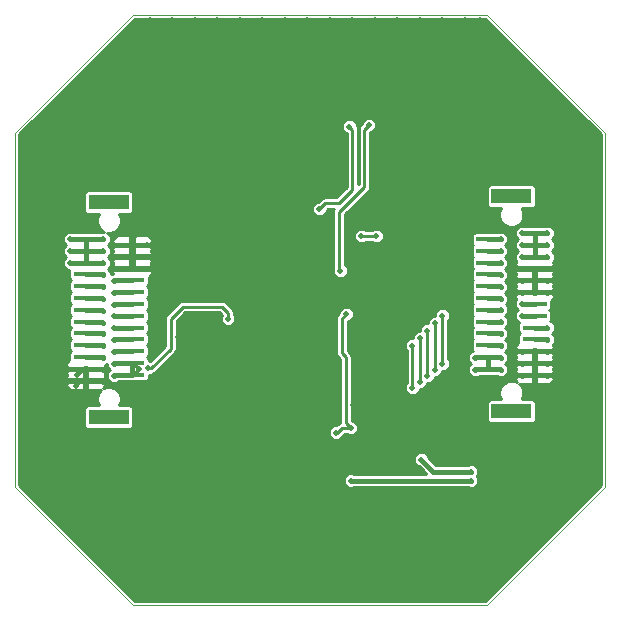
<source format=gbl>
G04 (created by PCBNEW (2013-09-06 BZR 4312)-stable) date L 14 sept  2013 17:28:59 EEST*
%MOIN*%
G04 Gerber Fmt 3.4, Leading zero omitted, Abs format*
%FSLAX34Y34*%
G01*
G70*
G90*
G04 APERTURE LIST*
%ADD10C,0.000787*%
%ADD11C,0.001000*%
%ADD12R,0.133858X0.051181*%
%ADD13R,0.081890X0.015748*%
%ADD14C,0.196850*%
%ADD15C,0.020000*%
%ADD16C,0.010000*%
%ADD17C,0.016000*%
%ADD18C,0.009000*%
G04 APERTURE END LIST*
G54D10*
G54D11*
X55118Y-55118D02*
X43307Y-55118D01*
X59055Y-51181D02*
X55118Y-55118D01*
X59055Y-39370D02*
X59055Y-51181D01*
X55118Y-35433D02*
X59055Y-39370D01*
X43307Y-35433D02*
X55118Y-35433D01*
X39370Y-39370D02*
X43307Y-35433D01*
X39370Y-51181D02*
X39370Y-39370D01*
X43307Y-55118D02*
X39370Y-51181D01*
G54D12*
X42503Y-41692D03*
X42503Y-48858D03*
G54D13*
X41732Y-47637D03*
X41732Y-47244D03*
X41732Y-46850D03*
X41732Y-46456D03*
X41732Y-46062D03*
X41732Y-45669D03*
X41732Y-45275D03*
X41732Y-44881D03*
X41732Y-44488D03*
X41732Y-44094D03*
X41732Y-43700D03*
X41732Y-43307D03*
X41732Y-42913D03*
X43275Y-43110D03*
X43275Y-43503D03*
X43275Y-43897D03*
X43275Y-44291D03*
X43275Y-44685D03*
X43275Y-45078D03*
X43275Y-45472D03*
X43275Y-45866D03*
X43275Y-46259D03*
X43275Y-46653D03*
X43275Y-47047D03*
X43275Y-47440D03*
G54D12*
X42503Y-48858D03*
X42503Y-41692D03*
X55921Y-48661D03*
X55921Y-41496D03*
G54D13*
X56692Y-42716D03*
X56692Y-43110D03*
X56692Y-43503D03*
X56692Y-43897D03*
X56692Y-44291D03*
X56692Y-44685D03*
X56692Y-45078D03*
X56692Y-45472D03*
X56692Y-45866D03*
X56692Y-46259D03*
X56692Y-46653D03*
X56692Y-47047D03*
X56692Y-47440D03*
X55149Y-47244D03*
X55149Y-46850D03*
X55149Y-46456D03*
X55149Y-46062D03*
X55149Y-45669D03*
X55149Y-45275D03*
X55149Y-44881D03*
X55149Y-44488D03*
X55149Y-44094D03*
X55149Y-43700D03*
X55149Y-43307D03*
X55149Y-42913D03*
G54D12*
X55921Y-41496D03*
X55921Y-48661D03*
G54D14*
X44094Y-37007D03*
X54330Y-37007D03*
X54330Y-53543D03*
X44094Y-53543D03*
G54D15*
X50420Y-45418D03*
X41220Y-43718D03*
X41220Y-43318D03*
X41220Y-42918D03*
X43500Y-47238D03*
X57120Y-43518D03*
X57120Y-43118D03*
X57120Y-42718D03*
X54720Y-47268D03*
X54720Y-46868D03*
X56270Y-43518D03*
X56270Y-43118D03*
X56270Y-42718D03*
X55570Y-47268D03*
X55570Y-46868D03*
X42670Y-47468D03*
X42670Y-47068D03*
X42320Y-43718D03*
X42320Y-43318D03*
X42320Y-42918D03*
X43820Y-47218D03*
X46470Y-45568D03*
X50070Y-49368D03*
X54570Y-50968D03*
X50570Y-50968D03*
X50570Y-49218D03*
X54570Y-50668D03*
X52920Y-50268D03*
X42670Y-44318D03*
X42670Y-44718D03*
X42670Y-45118D03*
X42670Y-45468D03*
X42670Y-45868D03*
X42670Y-46268D03*
X42670Y-46668D03*
X55570Y-46468D03*
X55570Y-42918D03*
X51420Y-42818D03*
X50920Y-42818D03*
X48000Y-53000D03*
X42000Y-51100D03*
X43000Y-51100D03*
X44000Y-51100D03*
X47100Y-51100D03*
X45200Y-51100D03*
X43870Y-35618D03*
X49500Y-52000D03*
X49500Y-51100D03*
X49500Y-49850D03*
X48900Y-51100D03*
X48900Y-49850D03*
X50700Y-47600D03*
X50650Y-48450D03*
X54520Y-51918D03*
X52500Y-51250D03*
X53000Y-51250D03*
X52000Y-48000D03*
X52250Y-47250D03*
X51250Y-47250D03*
X51250Y-48250D03*
X53750Y-49000D03*
X52500Y-49500D03*
X53000Y-48500D03*
X55250Y-47750D03*
X54000Y-47000D03*
X54250Y-47750D03*
X54500Y-48500D03*
X46250Y-48250D03*
X45250Y-48250D03*
X44250Y-48250D03*
X43500Y-48250D03*
X43500Y-49000D03*
X44250Y-49000D03*
X45250Y-49000D03*
X46250Y-49000D03*
X46000Y-39000D03*
X47000Y-39000D03*
X48000Y-39000D03*
X49000Y-39000D03*
X49000Y-40000D03*
X53000Y-36000D03*
X52000Y-36000D03*
X51000Y-36000D03*
X50000Y-36000D03*
X49000Y-36000D03*
X48000Y-36000D03*
X47000Y-36000D03*
X46000Y-36000D03*
X45000Y-36000D03*
X48000Y-37000D03*
X47000Y-37000D03*
X46000Y-37000D03*
X45000Y-38000D03*
X44000Y-39000D03*
X43500Y-38250D03*
X48000Y-42000D03*
X47000Y-42000D03*
X46000Y-42000D03*
X45000Y-42000D03*
X45000Y-41000D03*
X45000Y-40000D03*
X45000Y-39000D03*
X40250Y-44750D03*
X40250Y-43750D03*
X40250Y-42750D03*
X40250Y-41750D03*
X40250Y-40750D03*
X40250Y-39750D03*
X41500Y-40250D03*
X41500Y-39250D03*
X41200Y-40800D03*
X56000Y-40000D03*
X55000Y-40000D03*
X54000Y-40000D03*
X54000Y-41000D03*
X51750Y-43250D03*
X52750Y-42750D03*
X53500Y-42000D03*
X53000Y-38000D03*
X54000Y-39000D03*
X55000Y-39000D03*
X56000Y-38000D03*
X56000Y-39000D03*
X57000Y-39000D03*
X58000Y-40000D03*
X58250Y-40500D03*
X58250Y-41500D03*
X58250Y-42500D03*
X58250Y-43500D03*
X58250Y-44500D03*
X58250Y-45500D03*
X58250Y-47000D03*
X58250Y-48000D03*
X57000Y-40000D03*
X55250Y-49250D03*
X55250Y-50000D03*
X55250Y-51000D03*
X57000Y-49000D03*
X58000Y-49000D03*
X58000Y-50000D03*
X57000Y-50000D03*
X56000Y-50000D03*
X56000Y-51000D03*
X57000Y-51000D03*
X58000Y-51000D03*
X57000Y-52000D03*
X56000Y-52000D03*
X56000Y-53000D03*
X55000Y-52000D03*
X50620Y-54868D03*
X51000Y-54000D03*
X52000Y-54000D03*
X53000Y-54000D03*
X53000Y-53000D03*
X52000Y-53000D03*
X51000Y-53000D03*
X50200Y-54000D03*
X50200Y-53000D03*
X42000Y-52000D03*
X41000Y-52000D03*
X40200Y-50800D03*
X41000Y-51100D03*
X48300Y-52000D03*
X47300Y-52000D03*
X46000Y-52000D03*
X48900Y-52000D03*
X48900Y-52000D03*
X48000Y-51000D03*
X47000Y-53000D03*
X43000Y-52000D03*
X42000Y-53000D03*
X43000Y-53000D03*
X44000Y-52000D03*
X45200Y-52000D03*
X46000Y-53000D03*
X46000Y-54000D03*
X47000Y-54000D03*
X48000Y-54000D03*
X50620Y-38268D03*
X50620Y-37518D03*
X43270Y-40718D03*
X43270Y-39918D03*
X39595Y-48868D03*
X39595Y-48118D03*
X39595Y-47368D03*
X39595Y-46618D03*
X39595Y-45868D03*
X39620Y-45118D03*
X48120Y-54868D03*
X47370Y-54868D03*
X46620Y-54868D03*
X45870Y-54868D03*
X45120Y-54868D03*
X44370Y-54868D03*
X43620Y-54868D03*
X43120Y-54618D03*
X42620Y-54118D03*
X42120Y-53618D03*
X41620Y-53118D03*
X41120Y-52618D03*
X40620Y-52118D03*
X40120Y-51618D03*
X39620Y-51118D03*
X39600Y-49620D03*
X39620Y-50368D03*
X39620Y-39618D03*
X39620Y-40618D03*
X39620Y-41368D03*
X39620Y-42118D03*
X39620Y-42868D03*
X39620Y-43618D03*
X39620Y-44368D03*
X41370Y-37818D03*
X40870Y-38318D03*
X40370Y-38818D03*
X39970Y-39218D03*
X50070Y-54868D03*
X49520Y-54868D03*
X48920Y-54868D03*
X55370Y-36118D03*
X55870Y-36618D03*
X56370Y-37118D03*
X56870Y-37618D03*
X57370Y-38118D03*
X57870Y-38618D03*
X58370Y-39118D03*
X44620Y-35618D03*
X45370Y-35618D03*
X46120Y-35618D03*
X46870Y-35618D03*
X47620Y-35618D03*
X48370Y-35618D03*
X49120Y-35618D03*
X49870Y-35618D03*
X50620Y-35618D03*
X51370Y-35618D03*
X52120Y-35618D03*
X52870Y-35618D03*
X53620Y-35618D03*
X54370Y-35618D03*
X54870Y-35618D03*
X58770Y-50518D03*
X58770Y-49718D03*
X58770Y-48918D03*
X58770Y-48118D03*
X58770Y-47318D03*
X58770Y-46518D03*
X58770Y-45718D03*
X58770Y-44918D03*
X58770Y-44118D03*
X58770Y-43318D03*
X58770Y-42518D03*
X58770Y-41718D03*
X58770Y-40918D03*
X58770Y-40118D03*
X58770Y-39518D03*
X51370Y-54868D03*
X52120Y-54868D03*
X52870Y-54868D03*
X53620Y-54868D03*
X54370Y-54868D03*
X55120Y-54618D03*
X55620Y-54118D03*
X56120Y-53618D03*
X56620Y-53118D03*
X57120Y-52618D03*
X57620Y-52118D03*
X58120Y-51618D03*
X58620Y-51118D03*
X41870Y-37318D03*
X42370Y-36818D03*
X42870Y-36318D03*
X43370Y-35818D03*
X46570Y-39468D03*
X51370Y-39818D03*
X51370Y-39468D03*
X53020Y-39918D03*
X46870Y-48168D03*
X50920Y-42068D03*
X50920Y-41768D03*
X50570Y-42418D03*
X50570Y-42818D03*
X51720Y-52318D03*
X51220Y-52318D03*
X50720Y-52318D03*
X49770Y-54568D03*
X49220Y-54568D03*
X48670Y-54568D03*
X51820Y-45518D03*
X50570Y-45718D03*
X50820Y-43568D03*
X49270Y-43868D03*
X49420Y-42918D03*
X44820Y-46168D03*
X44770Y-46668D03*
X46670Y-47818D03*
X46120Y-45968D03*
X46320Y-46668D03*
X46520Y-47068D03*
X47320Y-47068D03*
X47770Y-46368D03*
X43770Y-43918D03*
X43770Y-43518D03*
X43770Y-43118D03*
X41440Y-47438D03*
X41420Y-47818D03*
X57120Y-44718D03*
X57120Y-44318D03*
X57120Y-43918D03*
X57120Y-47468D03*
X57120Y-47068D03*
X57120Y-46668D03*
X56270Y-47468D03*
X56270Y-47068D03*
X56270Y-46668D03*
X56270Y-44718D03*
X56270Y-44318D03*
X56270Y-43918D03*
X42670Y-43918D03*
X42670Y-43518D03*
X42670Y-43118D03*
X42320Y-47668D03*
X42320Y-47268D03*
X49520Y-41918D03*
X50520Y-39168D03*
X42320Y-46868D03*
X42320Y-46468D03*
X42320Y-46068D03*
X42320Y-45718D03*
X42320Y-45318D03*
X42320Y-44918D03*
X42320Y-44518D03*
X42320Y-44118D03*
X56270Y-45068D03*
X56270Y-45468D03*
X50220Y-43968D03*
X51170Y-39118D03*
X57120Y-45868D03*
X52870Y-46218D03*
X52870Y-47668D03*
X55570Y-45668D03*
X52620Y-46468D03*
X52620Y-47868D03*
X55570Y-46068D03*
X53370Y-45718D03*
X53370Y-47268D03*
X55570Y-44918D03*
X55570Y-43718D03*
X55570Y-44518D03*
X53620Y-47068D03*
X53620Y-45468D03*
X55570Y-43318D03*
X53120Y-47468D03*
X53120Y-45968D03*
X55570Y-45268D03*
X55570Y-44118D03*
X57120Y-46268D03*
G54D16*
X50270Y-46618D02*
X50270Y-46720D01*
X50420Y-45418D02*
X50270Y-45568D01*
X50270Y-45568D02*
X50270Y-46618D01*
X50400Y-49048D02*
X50570Y-49218D01*
X50400Y-46850D02*
X50400Y-49048D01*
X50270Y-46720D02*
X50400Y-46850D01*
X43275Y-47440D02*
X43297Y-47440D01*
X43297Y-47440D02*
X43500Y-47238D01*
G54D17*
X41237Y-43700D02*
X41732Y-43700D01*
X41220Y-43718D02*
X41237Y-43700D01*
X41732Y-43307D02*
X41231Y-43307D01*
X41231Y-43307D02*
X41220Y-43318D01*
X41224Y-42913D02*
X41732Y-42913D01*
X41220Y-42918D02*
X41224Y-42913D01*
X43275Y-47047D02*
X43275Y-47440D01*
G54D16*
X43275Y-47047D02*
X43309Y-47047D01*
X43309Y-47047D02*
X43500Y-47238D01*
G54D17*
X57105Y-43503D02*
X56692Y-43503D01*
X57120Y-43518D02*
X57105Y-43503D01*
X56692Y-43110D02*
X57112Y-43110D01*
X57112Y-43110D02*
X57120Y-43118D01*
X57118Y-42716D02*
X56692Y-42716D01*
X57120Y-42718D02*
X57118Y-42716D01*
X54744Y-47244D02*
X55149Y-47244D01*
X54720Y-47268D02*
X54744Y-47244D01*
X55149Y-46850D02*
X54737Y-46850D01*
X54737Y-46850D02*
X54720Y-46868D01*
X56284Y-43503D02*
X56692Y-43503D01*
X56270Y-43518D02*
X56284Y-43503D01*
X56692Y-43110D02*
X56277Y-43110D01*
X56277Y-43110D02*
X56270Y-43118D01*
X56271Y-42716D02*
X56692Y-42716D01*
X56270Y-42718D02*
X56271Y-42716D01*
X56692Y-42716D02*
X56692Y-43110D01*
X56692Y-43110D02*
X56692Y-43503D01*
X55149Y-46850D02*
X55149Y-47244D01*
X55570Y-47268D02*
X55546Y-47244D01*
X55546Y-47244D02*
X55149Y-47244D01*
X55149Y-46850D02*
X55552Y-46850D01*
X55552Y-46850D02*
X55570Y-46868D01*
X42697Y-47440D02*
X43275Y-47440D01*
X42670Y-47468D02*
X42697Y-47440D01*
X43275Y-47047D02*
X42690Y-47047D01*
X42690Y-47047D02*
X42670Y-47068D01*
X41732Y-43700D02*
X41732Y-43307D01*
X41732Y-43307D02*
X41732Y-42913D01*
X41732Y-43700D02*
X42302Y-43700D01*
X42302Y-43700D02*
X42320Y-43718D01*
X42320Y-43318D02*
X42309Y-43307D01*
X42309Y-43307D02*
X41732Y-43307D01*
X42315Y-42913D02*
X41732Y-42913D01*
X42320Y-42918D02*
X42315Y-42913D01*
G54D16*
X43920Y-47218D02*
X43820Y-47218D01*
X44570Y-46568D02*
X43920Y-47218D01*
X44570Y-45568D02*
X44570Y-46568D01*
X44970Y-45168D02*
X44570Y-45568D01*
X46270Y-45168D02*
X44970Y-45168D01*
X46470Y-45368D02*
X46270Y-45168D01*
X46470Y-45568D02*
X46470Y-45368D01*
X50120Y-49368D02*
X50270Y-49218D01*
X50570Y-49218D02*
X50270Y-49218D01*
X50070Y-49368D02*
X50120Y-49368D01*
G54D17*
X54570Y-50968D02*
X50770Y-50968D01*
X50570Y-50968D02*
X50770Y-50968D01*
X53570Y-50668D02*
X53320Y-50668D01*
X54570Y-50668D02*
X53570Y-50668D01*
X52920Y-50268D02*
X53120Y-50468D01*
X53320Y-50668D02*
X53120Y-50468D01*
X42696Y-44291D02*
X43275Y-44291D01*
X42670Y-44318D02*
X42696Y-44291D01*
X43275Y-44685D02*
X42703Y-44685D01*
X42703Y-44685D02*
X42670Y-44718D01*
X42709Y-45078D02*
X43275Y-45078D01*
X42670Y-45118D02*
X42709Y-45078D01*
X43275Y-45472D02*
X42674Y-45472D01*
X42674Y-45472D02*
X42670Y-45468D01*
X42672Y-45866D02*
X43275Y-45866D01*
X42670Y-45868D02*
X42672Y-45866D01*
X43275Y-46259D02*
X42678Y-46259D01*
X42678Y-46259D02*
X42670Y-46268D01*
X42684Y-46653D02*
X43275Y-46653D01*
X42670Y-46668D02*
X42684Y-46653D01*
X55558Y-46456D02*
X55149Y-46456D01*
X55570Y-46468D02*
X55558Y-46456D01*
X55149Y-42913D02*
X55565Y-42913D01*
X55565Y-42913D02*
X55570Y-42918D01*
G54D16*
X50920Y-42818D02*
X51420Y-42818D01*
X48000Y-54000D02*
X48000Y-53000D01*
X44000Y-51100D02*
X45200Y-51100D01*
X42000Y-51100D02*
X43000Y-51100D01*
X43870Y-35618D02*
X43870Y-36783D01*
X43870Y-36783D02*
X44094Y-37007D01*
X54370Y-35618D02*
X54370Y-36968D01*
X54370Y-36968D02*
X54330Y-37007D01*
X55120Y-54618D02*
X55120Y-54332D01*
X55120Y-54332D02*
X54330Y-53543D01*
X43000Y-53000D02*
X43551Y-53000D01*
X43551Y-53000D02*
X44094Y-53543D01*
X49500Y-49850D02*
X48900Y-49850D01*
X49500Y-51100D02*
X49500Y-49850D01*
X48900Y-52000D02*
X49500Y-52000D01*
X51250Y-48250D02*
X50850Y-48250D01*
X50850Y-48250D02*
X50650Y-48450D01*
X54520Y-51918D02*
X53668Y-51918D01*
X53668Y-51918D02*
X53000Y-51250D01*
X53000Y-48500D02*
X51500Y-48500D01*
X51250Y-47250D02*
X52250Y-47250D01*
X51500Y-48500D02*
X51250Y-48250D01*
X53750Y-49000D02*
X53500Y-49000D01*
X54250Y-48500D02*
X53750Y-49000D01*
X54500Y-48500D02*
X54250Y-48500D01*
X53500Y-49000D02*
X53000Y-48500D01*
X55250Y-47750D02*
X54500Y-48500D01*
X55781Y-47468D02*
X55500Y-47750D01*
X55500Y-47750D02*
X55250Y-47750D01*
X56270Y-47468D02*
X55781Y-47468D01*
X54000Y-47500D02*
X54000Y-47000D01*
X54250Y-47750D02*
X54000Y-47500D01*
X45250Y-48250D02*
X46250Y-48250D01*
X43500Y-48250D02*
X44250Y-48250D01*
X44250Y-49000D02*
X43500Y-49000D01*
X46250Y-49000D02*
X45250Y-49000D01*
X46000Y-39000D02*
X47000Y-39000D01*
X48000Y-39000D02*
X49000Y-39000D01*
X46000Y-37000D02*
X45000Y-36000D01*
X52000Y-36000D02*
X53000Y-36000D01*
X50000Y-36000D02*
X51000Y-36000D01*
X48000Y-36000D02*
X49000Y-36000D01*
X46000Y-36000D02*
X47000Y-36000D01*
X47000Y-37000D02*
X48000Y-37000D01*
X45000Y-38000D02*
X46000Y-37000D01*
X44000Y-39000D02*
X45000Y-39000D01*
X42000Y-37188D02*
X42438Y-37188D01*
X42438Y-37188D02*
X43500Y-38250D01*
X47000Y-42000D02*
X48000Y-42000D01*
X45000Y-42000D02*
X46000Y-42000D01*
X45000Y-40000D02*
X45000Y-41000D01*
X40250Y-39750D02*
X41000Y-39750D01*
X40250Y-44750D02*
X40250Y-43750D01*
X40250Y-42750D02*
X40250Y-41750D01*
X40250Y-40750D02*
X40250Y-39750D01*
X41000Y-39750D02*
X41500Y-39250D01*
X54000Y-41000D02*
X54000Y-41500D01*
X57000Y-40000D02*
X56000Y-40000D01*
X55000Y-40000D02*
X54000Y-40000D01*
X52250Y-43250D02*
X51750Y-43250D01*
X52750Y-42750D02*
X52250Y-43250D01*
X54000Y-41500D02*
X53500Y-42000D01*
X57000Y-40000D02*
X57000Y-39000D01*
X55000Y-39000D02*
X54000Y-39000D01*
X56000Y-39000D02*
X56000Y-38000D01*
X58250Y-40250D02*
X58000Y-40000D01*
X58000Y-49000D02*
X58000Y-48250D01*
X58250Y-42500D02*
X58250Y-41500D01*
X58250Y-44500D02*
X58250Y-43500D01*
X58250Y-47000D02*
X58250Y-45500D01*
X58000Y-48250D02*
X58250Y-48000D01*
X58250Y-40500D02*
X58250Y-40250D01*
X55250Y-51000D02*
X55250Y-50000D01*
X58000Y-49000D02*
X57000Y-49000D01*
X57000Y-50000D02*
X58000Y-50000D01*
X56000Y-51000D02*
X56000Y-50000D01*
X58000Y-51000D02*
X57000Y-51000D01*
X56000Y-52000D02*
X57000Y-52000D01*
X55000Y-52000D02*
X56000Y-53000D01*
X51000Y-54000D02*
X52000Y-54000D01*
X53000Y-54000D02*
X53000Y-53000D01*
X52000Y-53000D02*
X51000Y-53000D01*
X50200Y-53000D02*
X50200Y-54000D01*
X42000Y-52000D02*
X41000Y-52000D01*
X40700Y-50800D02*
X40200Y-50800D01*
X41000Y-51100D02*
X40700Y-50800D01*
X48300Y-52000D02*
X48900Y-52000D01*
X46000Y-52000D02*
X47300Y-52000D01*
X48900Y-52000D02*
X48000Y-51000D01*
X47000Y-54000D02*
X47000Y-53000D01*
X43000Y-53000D02*
X42000Y-53000D01*
X45200Y-52000D02*
X44000Y-52000D01*
X46000Y-54000D02*
X46000Y-53000D01*
X48000Y-54000D02*
X47000Y-54000D01*
X39620Y-45118D02*
X39620Y-44368D01*
X39595Y-48118D02*
X39595Y-47368D01*
X39595Y-46618D02*
X39595Y-45868D01*
X39620Y-51118D02*
X39620Y-50368D01*
X48120Y-54868D02*
X47370Y-54868D01*
X46620Y-54868D02*
X45870Y-54868D01*
X45120Y-54868D02*
X44370Y-54868D01*
X43620Y-54868D02*
X43370Y-54868D01*
X43370Y-54868D02*
X43120Y-54618D01*
X42620Y-54118D02*
X42120Y-53618D01*
X41620Y-53118D02*
X41120Y-52618D01*
X40620Y-52118D02*
X40120Y-51618D01*
X39600Y-49620D02*
X39595Y-48868D01*
X39620Y-40618D02*
X39620Y-39618D01*
X39620Y-42118D02*
X39620Y-41368D01*
X39620Y-43618D02*
X39620Y-42868D01*
X41370Y-37818D02*
X40870Y-38318D01*
X40370Y-38818D02*
X39970Y-39218D01*
X49520Y-54868D02*
X48920Y-54868D01*
X55870Y-36618D02*
X56370Y-37118D01*
X56870Y-37618D02*
X57370Y-38118D01*
X57870Y-38618D02*
X58370Y-39118D01*
X44620Y-35618D02*
X45370Y-35618D01*
X46120Y-35618D02*
X46870Y-35618D01*
X47620Y-35618D02*
X48370Y-35618D01*
X49120Y-35618D02*
X49870Y-35618D01*
X50620Y-35618D02*
X51370Y-35618D01*
X52120Y-35618D02*
X52870Y-35618D01*
X53620Y-35618D02*
X54370Y-35618D01*
X54870Y-35618D02*
X55370Y-36118D01*
X58770Y-48918D02*
X58770Y-49718D01*
X58770Y-47318D02*
X58770Y-48118D01*
X58770Y-45718D02*
X58770Y-46518D01*
X58770Y-44118D02*
X58770Y-44918D01*
X58770Y-42518D02*
X58770Y-43318D01*
X58770Y-40918D02*
X58770Y-41718D01*
X58770Y-39518D02*
X58770Y-40118D01*
X51370Y-54868D02*
X50620Y-54868D01*
X52870Y-54868D02*
X52120Y-54868D01*
X54370Y-54868D02*
X53620Y-54868D01*
X55620Y-54118D02*
X55120Y-54618D01*
X56620Y-53118D02*
X56120Y-53618D01*
X57620Y-52118D02*
X57120Y-52618D01*
X58620Y-51118D02*
X58120Y-51618D01*
X50620Y-54868D02*
X50070Y-54868D01*
X42370Y-36818D02*
X42000Y-37188D01*
X42000Y-37188D02*
X41870Y-37318D01*
X43370Y-35818D02*
X42870Y-36318D01*
G54D17*
X43275Y-43897D02*
X43749Y-43897D01*
X43749Y-43897D02*
X43770Y-43918D01*
X43755Y-43503D02*
X43275Y-43503D01*
X43770Y-43518D02*
X43755Y-43503D01*
X43275Y-43110D02*
X43762Y-43110D01*
X43762Y-43110D02*
X43770Y-43118D01*
G54D16*
X41634Y-47244D02*
X41732Y-47244D01*
X41440Y-47438D02*
X41634Y-47244D01*
X41550Y-47637D02*
X41732Y-47637D01*
X41420Y-47818D02*
X41550Y-47637D01*
G54D17*
X56692Y-44685D02*
X57087Y-44685D01*
X57087Y-44685D02*
X57120Y-44718D01*
X57093Y-44291D02*
X56692Y-44291D01*
X57120Y-44318D02*
X57093Y-44291D01*
X56692Y-43897D02*
X57099Y-43897D01*
X57099Y-43897D02*
X57120Y-43918D01*
X56692Y-47440D02*
X57092Y-47440D01*
X57092Y-47440D02*
X57120Y-47468D01*
X57099Y-47047D02*
X56692Y-47047D01*
X57120Y-47068D02*
X57099Y-47047D01*
X56692Y-46653D02*
X57105Y-46653D01*
X57105Y-46653D02*
X57120Y-46668D01*
X56297Y-47440D02*
X56692Y-47440D01*
X56270Y-47468D02*
X56297Y-47440D01*
X56692Y-47047D02*
X56290Y-47047D01*
X56290Y-47047D02*
X56270Y-47068D01*
X56284Y-46653D02*
X56692Y-46653D01*
X56270Y-46668D02*
X56284Y-46653D01*
X56692Y-46653D02*
X56692Y-47047D01*
X56692Y-47047D02*
X56692Y-47440D01*
X56303Y-44685D02*
X56692Y-44685D01*
X56270Y-44718D02*
X56303Y-44685D01*
X56692Y-44291D02*
X56296Y-44291D01*
X56296Y-44291D02*
X56270Y-44318D01*
X56692Y-44685D02*
X56692Y-44291D01*
X56692Y-44291D02*
X56692Y-43897D01*
X56692Y-43897D02*
X56290Y-43897D01*
X56290Y-43897D02*
X56270Y-43918D01*
X43275Y-43897D02*
X42690Y-43897D01*
X42690Y-43897D02*
X42670Y-43918D01*
X42684Y-43503D02*
X43275Y-43503D01*
X42670Y-43518D02*
X42684Y-43503D01*
X43275Y-43110D02*
X42677Y-43110D01*
X42677Y-43110D02*
X42670Y-43118D01*
X41732Y-47244D02*
X41732Y-47637D01*
X41732Y-47637D02*
X42289Y-47637D01*
X42289Y-47637D02*
X42320Y-47668D01*
X42296Y-47244D02*
X41732Y-47244D01*
X42320Y-47268D02*
X42296Y-47244D01*
G54D16*
X49520Y-41918D02*
X49720Y-41718D01*
X49720Y-41718D02*
X50170Y-41718D01*
X50170Y-41718D02*
X50620Y-41268D01*
X50620Y-41268D02*
X50620Y-39268D01*
X50620Y-39268D02*
X50520Y-39168D01*
G54D17*
X41732Y-46850D02*
X42302Y-46850D01*
X42302Y-46850D02*
X42320Y-46868D01*
X42308Y-46456D02*
X41732Y-46456D01*
X42320Y-46468D02*
X42308Y-46456D01*
X41732Y-46062D02*
X42314Y-46062D01*
X42314Y-46062D02*
X42320Y-46068D01*
X42271Y-45669D02*
X41732Y-45669D01*
X42320Y-45718D02*
X42271Y-45669D01*
X41732Y-45275D02*
X42277Y-45275D01*
X42277Y-45275D02*
X42320Y-45318D01*
X42283Y-44881D02*
X41732Y-44881D01*
X42320Y-44918D02*
X42283Y-44881D01*
X41732Y-44488D02*
X42290Y-44488D01*
X42290Y-44488D02*
X42320Y-44518D01*
X42296Y-44094D02*
X41732Y-44094D01*
X42320Y-44118D02*
X42296Y-44094D01*
X56692Y-45078D02*
X56280Y-45078D01*
X56280Y-45078D02*
X56270Y-45068D01*
X56274Y-45472D02*
X56692Y-45472D01*
X56270Y-45468D02*
X56274Y-45472D01*
G54D16*
X50920Y-41268D02*
X51020Y-41168D01*
X50170Y-42018D02*
X50920Y-41268D01*
X50170Y-43918D02*
X50170Y-43568D01*
X50220Y-43968D02*
X50170Y-43918D01*
X50170Y-43568D02*
X50170Y-42018D01*
X51020Y-39268D02*
X51170Y-39118D01*
X51020Y-41168D02*
X51020Y-39268D01*
G54D17*
X56692Y-45866D02*
X57118Y-45866D01*
X57118Y-45866D02*
X57120Y-45868D01*
G54D16*
X52870Y-46218D02*
X52870Y-47168D01*
X52870Y-47668D02*
X52870Y-47168D01*
G54D17*
X55568Y-45669D02*
X55149Y-45669D01*
X55570Y-45668D02*
X55568Y-45669D01*
G54D16*
X52620Y-46468D02*
X52620Y-47468D01*
X52620Y-47868D02*
X52620Y-47468D01*
G54D17*
X55149Y-46062D02*
X55564Y-46062D01*
X55564Y-46062D02*
X55570Y-46068D01*
G54D16*
X53370Y-47118D02*
X53370Y-45718D01*
X53370Y-47268D02*
X53370Y-47118D01*
G54D17*
X55533Y-44881D02*
X55149Y-44881D01*
X55570Y-44918D02*
X55533Y-44881D01*
X55149Y-43700D02*
X55552Y-43700D01*
X55552Y-43700D02*
X55570Y-43718D01*
X55149Y-44488D02*
X55540Y-44488D01*
X55540Y-44488D02*
X55570Y-44518D01*
G54D16*
X53620Y-45468D02*
X53620Y-47118D01*
G54D17*
X55559Y-43307D02*
X55149Y-43307D01*
X55570Y-43318D02*
X55559Y-43307D01*
G54D16*
X53120Y-47468D02*
X53120Y-47118D01*
X53120Y-45968D02*
X53120Y-47118D01*
G54D17*
X55149Y-45275D02*
X55562Y-45275D01*
X55562Y-45275D02*
X55570Y-45268D01*
X55546Y-44094D02*
X55149Y-44094D01*
X55570Y-44118D02*
X55546Y-44094D01*
X57111Y-46259D02*
X56692Y-46259D01*
X57120Y-46268D02*
X57111Y-46259D01*
G54D10*
G36*
X58905Y-51118D02*
X57365Y-52658D01*
X57365Y-46219D01*
X57327Y-46129D01*
X57266Y-46068D01*
X57327Y-46007D01*
X57365Y-45917D01*
X57365Y-45819D01*
X57365Y-43469D01*
X57327Y-43379D01*
X57266Y-43318D01*
X57327Y-43257D01*
X57365Y-43167D01*
X57365Y-43069D01*
X57327Y-42979D01*
X57266Y-42918D01*
X57327Y-42857D01*
X57365Y-42767D01*
X57365Y-42669D01*
X57327Y-42579D01*
X57259Y-42510D01*
X57169Y-42473D01*
X57071Y-42473D01*
X57026Y-42491D01*
X56735Y-42491D01*
X56735Y-41780D01*
X56735Y-41723D01*
X56735Y-41211D01*
X56713Y-41158D01*
X56672Y-41117D01*
X56619Y-41095D01*
X56561Y-41095D01*
X55223Y-41095D01*
X55169Y-41117D01*
X55129Y-41158D01*
X55106Y-41211D01*
X55106Y-41268D01*
X55106Y-41780D01*
X55129Y-41834D01*
X55169Y-41874D01*
X55223Y-41896D01*
X55280Y-41896D01*
X55574Y-41896D01*
X55520Y-42026D01*
X55520Y-42185D01*
X55581Y-42333D01*
X55693Y-42445D01*
X55841Y-42507D01*
X56000Y-42507D01*
X56148Y-42446D01*
X56260Y-42333D01*
X56322Y-42186D01*
X56322Y-42026D01*
X56268Y-41896D01*
X56619Y-41896D01*
X56672Y-41874D01*
X56713Y-41834D01*
X56735Y-41780D01*
X56735Y-42491D01*
X56692Y-42491D01*
X56363Y-42491D01*
X56319Y-42473D01*
X56221Y-42473D01*
X56131Y-42510D01*
X56062Y-42579D01*
X56025Y-42669D01*
X56025Y-42766D01*
X56062Y-42856D01*
X56123Y-42918D01*
X56062Y-42979D01*
X56025Y-43069D01*
X56025Y-43166D01*
X56062Y-43256D01*
X56123Y-43318D01*
X56062Y-43379D01*
X56025Y-43469D01*
X56025Y-43566D01*
X56062Y-43656D01*
X56080Y-43675D01*
X56075Y-43680D01*
X56038Y-43770D01*
X56038Y-43797D01*
X56099Y-43858D01*
X56637Y-43858D01*
X56637Y-43834D01*
X56747Y-43834D01*
X56747Y-43858D01*
X57286Y-43858D01*
X57347Y-43797D01*
X57347Y-43770D01*
X57310Y-43680D01*
X57307Y-43677D01*
X57327Y-43657D01*
X57365Y-43567D01*
X57365Y-43469D01*
X57365Y-45819D01*
X57327Y-45729D01*
X57259Y-45660D01*
X57215Y-45642D01*
X57225Y-45633D01*
X57247Y-45580D01*
X57247Y-45522D01*
X57247Y-45364D01*
X57225Y-45311D01*
X57189Y-45275D01*
X57225Y-45239D01*
X57247Y-45186D01*
X57247Y-45128D01*
X57247Y-44971D01*
X57245Y-44966D01*
X57310Y-44902D01*
X57347Y-44812D01*
X57347Y-44785D01*
X57347Y-44584D01*
X57347Y-44557D01*
X57318Y-44488D01*
X57347Y-44418D01*
X57347Y-44391D01*
X57347Y-44190D01*
X57347Y-44163D01*
X57318Y-44094D01*
X57347Y-44025D01*
X57347Y-43998D01*
X57286Y-43937D01*
X56747Y-43937D01*
X56747Y-44028D01*
X56747Y-44160D01*
X56747Y-44251D01*
X57286Y-44251D01*
X57347Y-44190D01*
X57347Y-44391D01*
X57286Y-44330D01*
X56747Y-44330D01*
X56747Y-44422D01*
X56747Y-44553D01*
X56747Y-44645D01*
X57286Y-44645D01*
X57347Y-44584D01*
X57347Y-44785D01*
X57286Y-44724D01*
X56747Y-44724D01*
X56747Y-44747D01*
X56637Y-44747D01*
X56637Y-44724D01*
X56637Y-44645D01*
X56637Y-44553D01*
X56637Y-44422D01*
X56637Y-44330D01*
X56637Y-44251D01*
X56637Y-44160D01*
X56637Y-44028D01*
X56637Y-43937D01*
X56099Y-43937D01*
X56038Y-43998D01*
X56038Y-44025D01*
X56067Y-44094D01*
X56038Y-44163D01*
X56038Y-44190D01*
X56099Y-44251D01*
X56637Y-44251D01*
X56637Y-44330D01*
X56099Y-44330D01*
X56038Y-44391D01*
X56038Y-44418D01*
X56067Y-44488D01*
X56038Y-44557D01*
X56038Y-44584D01*
X56099Y-44645D01*
X56637Y-44645D01*
X56637Y-44724D01*
X56099Y-44724D01*
X56038Y-44785D01*
X56038Y-44812D01*
X56075Y-44902D01*
X56082Y-44909D01*
X56062Y-44929D01*
X56025Y-45019D01*
X56025Y-45116D01*
X56062Y-45206D01*
X56123Y-45268D01*
X56062Y-45329D01*
X56025Y-45419D01*
X56025Y-45516D01*
X56062Y-45606D01*
X56131Y-45675D01*
X56172Y-45693D01*
X56160Y-45705D01*
X56138Y-45758D01*
X56138Y-45816D01*
X56138Y-45973D01*
X56160Y-46027D01*
X56196Y-46062D01*
X56160Y-46098D01*
X56138Y-46152D01*
X56138Y-46209D01*
X56138Y-46367D01*
X56140Y-46371D01*
X56075Y-46436D01*
X56038Y-46526D01*
X56038Y-46552D01*
X56099Y-46614D01*
X56637Y-46614D01*
X56637Y-46590D01*
X56747Y-46590D01*
X56747Y-46614D01*
X57286Y-46614D01*
X57347Y-46552D01*
X57347Y-46526D01*
X57310Y-46436D01*
X57304Y-46430D01*
X57327Y-46407D01*
X57365Y-46317D01*
X57365Y-46219D01*
X57365Y-52658D01*
X57347Y-52676D01*
X57347Y-47568D01*
X57347Y-47541D01*
X57347Y-47340D01*
X57347Y-47313D01*
X57318Y-47244D01*
X57347Y-47174D01*
X57347Y-47147D01*
X57347Y-46946D01*
X57347Y-46919D01*
X57318Y-46850D01*
X57347Y-46781D01*
X57347Y-46754D01*
X57286Y-46692D01*
X56747Y-46692D01*
X56747Y-46784D01*
X56747Y-46916D01*
X56747Y-47007D01*
X57286Y-47007D01*
X57347Y-46946D01*
X57347Y-47147D01*
X57286Y-47086D01*
X56747Y-47086D01*
X56747Y-47178D01*
X56747Y-47309D01*
X56747Y-47401D01*
X57286Y-47401D01*
X57347Y-47340D01*
X57347Y-47541D01*
X57286Y-47480D01*
X56747Y-47480D01*
X56747Y-47703D01*
X56809Y-47764D01*
X57053Y-47764D01*
X57151Y-47764D01*
X57241Y-47727D01*
X57310Y-47658D01*
X57347Y-47568D01*
X57347Y-52676D01*
X56735Y-53288D01*
X56735Y-48946D01*
X56735Y-48888D01*
X56735Y-48376D01*
X56713Y-48323D01*
X56672Y-48282D01*
X56619Y-48260D01*
X56561Y-48260D01*
X56268Y-48260D01*
X56322Y-48131D01*
X56322Y-47971D01*
X56261Y-47824D01*
X56178Y-47741D01*
X56234Y-47764D01*
X56332Y-47764D01*
X56576Y-47764D01*
X56637Y-47703D01*
X56637Y-47480D01*
X56637Y-47401D01*
X56637Y-47309D01*
X56637Y-47178D01*
X56637Y-47086D01*
X56637Y-47007D01*
X56637Y-46916D01*
X56637Y-46784D01*
X56637Y-46692D01*
X56099Y-46692D01*
X56038Y-46754D01*
X56038Y-46781D01*
X56067Y-46850D01*
X56038Y-46919D01*
X56038Y-46946D01*
X56099Y-47007D01*
X56637Y-47007D01*
X56637Y-47086D01*
X56099Y-47086D01*
X56038Y-47147D01*
X56038Y-47174D01*
X56067Y-47244D01*
X56038Y-47313D01*
X56038Y-47340D01*
X56099Y-47401D01*
X56637Y-47401D01*
X56637Y-47480D01*
X56099Y-47480D01*
X56038Y-47541D01*
X56038Y-47568D01*
X56075Y-47658D01*
X56114Y-47697D01*
X56001Y-47650D01*
X55841Y-47650D01*
X55815Y-47661D01*
X55815Y-47219D01*
X55777Y-47129D01*
X55716Y-47068D01*
X55777Y-47007D01*
X55815Y-46917D01*
X55815Y-46819D01*
X55777Y-46729D01*
X55716Y-46668D01*
X55777Y-46607D01*
X55815Y-46517D01*
X55815Y-46419D01*
X55777Y-46329D01*
X55716Y-46268D01*
X55777Y-46207D01*
X55815Y-46117D01*
X55815Y-46019D01*
X55777Y-45929D01*
X55716Y-45868D01*
X55777Y-45807D01*
X55815Y-45717D01*
X55815Y-45619D01*
X55777Y-45529D01*
X55716Y-45468D01*
X55777Y-45407D01*
X55815Y-45317D01*
X55815Y-45219D01*
X55777Y-45129D01*
X55741Y-45093D01*
X55777Y-45057D01*
X55815Y-44967D01*
X55815Y-44869D01*
X55777Y-44779D01*
X55716Y-44718D01*
X55777Y-44657D01*
X55815Y-44567D01*
X55815Y-44469D01*
X55777Y-44379D01*
X55716Y-44318D01*
X55777Y-44257D01*
X55815Y-44167D01*
X55815Y-44069D01*
X55777Y-43979D01*
X55716Y-43918D01*
X55777Y-43857D01*
X55815Y-43767D01*
X55815Y-43669D01*
X55777Y-43579D01*
X55716Y-43518D01*
X55777Y-43457D01*
X55815Y-43367D01*
X55815Y-43269D01*
X55777Y-43179D01*
X55716Y-43118D01*
X55777Y-43057D01*
X55815Y-42967D01*
X55815Y-42869D01*
X55777Y-42779D01*
X55709Y-42710D01*
X55619Y-42673D01*
X55521Y-42673D01*
X55484Y-42688D01*
X55149Y-42688D01*
X55143Y-42689D01*
X54711Y-42689D01*
X54658Y-42711D01*
X54617Y-42752D01*
X54595Y-42805D01*
X54595Y-42863D01*
X54595Y-43020D01*
X54617Y-43074D01*
X54653Y-43110D01*
X54617Y-43146D01*
X54595Y-43199D01*
X54595Y-43257D01*
X54595Y-43414D01*
X54617Y-43467D01*
X54653Y-43503D01*
X54617Y-43539D01*
X54595Y-43593D01*
X54595Y-43650D01*
X54595Y-43808D01*
X54617Y-43861D01*
X54653Y-43897D01*
X54617Y-43933D01*
X54595Y-43986D01*
X54595Y-44044D01*
X54595Y-44202D01*
X54617Y-44255D01*
X54653Y-44291D01*
X54617Y-44327D01*
X54595Y-44380D01*
X54595Y-44438D01*
X54595Y-44595D01*
X54617Y-44649D01*
X54653Y-44685D01*
X54617Y-44721D01*
X54595Y-44774D01*
X54595Y-44831D01*
X54595Y-44989D01*
X54617Y-45042D01*
X54653Y-45078D01*
X54617Y-45114D01*
X54595Y-45168D01*
X54595Y-45225D01*
X54595Y-45383D01*
X54617Y-45436D01*
X54653Y-45472D01*
X54617Y-45508D01*
X54595Y-45561D01*
X54595Y-45619D01*
X54595Y-45776D01*
X54617Y-45830D01*
X54653Y-45866D01*
X54617Y-45902D01*
X54595Y-45955D01*
X54595Y-46013D01*
X54595Y-46170D01*
X54617Y-46223D01*
X54653Y-46259D01*
X54617Y-46295D01*
X54595Y-46349D01*
X54595Y-46406D01*
X54595Y-46564D01*
X54617Y-46617D01*
X54637Y-46637D01*
X54581Y-46660D01*
X54512Y-46729D01*
X54475Y-46819D01*
X54475Y-46916D01*
X54512Y-47006D01*
X54573Y-47068D01*
X54512Y-47129D01*
X54475Y-47219D01*
X54475Y-47316D01*
X54512Y-47406D01*
X54581Y-47475D01*
X54671Y-47513D01*
X54768Y-47513D01*
X54858Y-47475D01*
X54865Y-47469D01*
X55149Y-47469D01*
X55424Y-47469D01*
X55431Y-47475D01*
X55521Y-47513D01*
X55618Y-47513D01*
X55708Y-47475D01*
X55777Y-47407D01*
X55815Y-47317D01*
X55815Y-47219D01*
X55815Y-47661D01*
X55694Y-47711D01*
X55581Y-47823D01*
X55520Y-47971D01*
X55520Y-48130D01*
X55573Y-48260D01*
X55223Y-48260D01*
X55169Y-48282D01*
X55129Y-48323D01*
X55106Y-48376D01*
X55106Y-48434D01*
X55106Y-48946D01*
X55129Y-48999D01*
X55169Y-49040D01*
X55223Y-49062D01*
X55280Y-49062D01*
X56619Y-49062D01*
X56672Y-49040D01*
X56713Y-48999D01*
X56735Y-48946D01*
X56735Y-53288D01*
X55055Y-54968D01*
X54815Y-54968D01*
X54815Y-50919D01*
X54777Y-50829D01*
X54766Y-50818D01*
X54777Y-50807D01*
X54815Y-50717D01*
X54815Y-50619D01*
X54777Y-50529D01*
X54709Y-50460D01*
X54619Y-50423D01*
X54521Y-50423D01*
X54473Y-50443D01*
X53865Y-50443D01*
X53865Y-47019D01*
X53827Y-46929D01*
X53815Y-46916D01*
X53815Y-45619D01*
X53827Y-45607D01*
X53865Y-45517D01*
X53865Y-45419D01*
X53827Y-45329D01*
X53759Y-45260D01*
X53669Y-45223D01*
X53571Y-45223D01*
X53481Y-45260D01*
X53412Y-45329D01*
X53375Y-45419D01*
X53375Y-45473D01*
X53321Y-45473D01*
X53231Y-45510D01*
X53162Y-45579D01*
X53125Y-45669D01*
X53125Y-45723D01*
X53071Y-45723D01*
X52981Y-45760D01*
X52912Y-45829D01*
X52875Y-45919D01*
X52875Y-45973D01*
X52821Y-45973D01*
X52731Y-46010D01*
X52662Y-46079D01*
X52625Y-46169D01*
X52625Y-46223D01*
X52571Y-46223D01*
X52481Y-46260D01*
X52412Y-46329D01*
X52375Y-46419D01*
X52375Y-46516D01*
X52412Y-46606D01*
X52425Y-46619D01*
X52425Y-47468D01*
X52425Y-47716D01*
X52412Y-47729D01*
X52375Y-47819D01*
X52375Y-47916D01*
X52412Y-48006D01*
X52481Y-48075D01*
X52571Y-48113D01*
X52668Y-48113D01*
X52758Y-48075D01*
X52827Y-48007D01*
X52865Y-47917D01*
X52865Y-47913D01*
X52918Y-47913D01*
X53008Y-47875D01*
X53077Y-47807D01*
X53115Y-47717D01*
X53115Y-47713D01*
X53168Y-47713D01*
X53258Y-47675D01*
X53327Y-47607D01*
X53365Y-47517D01*
X53365Y-47513D01*
X53418Y-47513D01*
X53508Y-47475D01*
X53577Y-47407D01*
X53615Y-47317D01*
X53615Y-47313D01*
X53620Y-47313D01*
X53668Y-47313D01*
X53758Y-47275D01*
X53827Y-47207D01*
X53865Y-47117D01*
X53865Y-47019D01*
X53865Y-50443D01*
X53570Y-50443D01*
X53413Y-50443D01*
X53279Y-50309D01*
X53279Y-50309D01*
X53147Y-50177D01*
X53127Y-50129D01*
X53059Y-50060D01*
X52969Y-50023D01*
X52871Y-50023D01*
X52781Y-50060D01*
X52712Y-50129D01*
X52675Y-50219D01*
X52675Y-50316D01*
X52712Y-50406D01*
X52781Y-50475D01*
X52829Y-50495D01*
X52960Y-50627D01*
X52960Y-50627D01*
X53076Y-50743D01*
X51665Y-50743D01*
X51665Y-42769D01*
X51627Y-42679D01*
X51559Y-42610D01*
X51469Y-42573D01*
X51415Y-42573D01*
X51415Y-39069D01*
X51377Y-38979D01*
X51309Y-38910D01*
X51219Y-38873D01*
X51121Y-38873D01*
X51031Y-38910D01*
X50962Y-38979D01*
X50925Y-39069D01*
X50925Y-39087D01*
X50882Y-39130D01*
X50839Y-39193D01*
X50825Y-39268D01*
X50825Y-41087D01*
X50815Y-41097D01*
X50815Y-39268D01*
X50800Y-39193D01*
X50800Y-39193D01*
X50765Y-39140D01*
X50765Y-39119D01*
X50727Y-39029D01*
X50659Y-38960D01*
X50569Y-38923D01*
X50471Y-38923D01*
X50381Y-38960D01*
X50312Y-39029D01*
X50275Y-39119D01*
X50275Y-39216D01*
X50312Y-39306D01*
X50381Y-39375D01*
X50425Y-39393D01*
X50425Y-41187D01*
X50089Y-41523D01*
X49720Y-41523D01*
X49645Y-41537D01*
X49582Y-41580D01*
X49489Y-41673D01*
X49471Y-41673D01*
X49381Y-41710D01*
X49312Y-41779D01*
X49275Y-41869D01*
X49275Y-41966D01*
X49312Y-42056D01*
X49381Y-42125D01*
X49471Y-42163D01*
X49568Y-42163D01*
X49658Y-42125D01*
X49727Y-42057D01*
X49765Y-41967D01*
X49765Y-41948D01*
X49800Y-41913D01*
X50010Y-41913D01*
X49989Y-41943D01*
X49975Y-42018D01*
X49975Y-43568D01*
X49975Y-43918D01*
X49975Y-43918D01*
X49975Y-43919D01*
X49975Y-44016D01*
X50012Y-44106D01*
X50081Y-44175D01*
X50171Y-44213D01*
X50268Y-44213D01*
X50358Y-44175D01*
X50427Y-44107D01*
X50465Y-44017D01*
X50465Y-43919D01*
X50427Y-43829D01*
X50365Y-43766D01*
X50365Y-43568D01*
X50365Y-42098D01*
X51057Y-41405D01*
X51157Y-41305D01*
X51200Y-41242D01*
X51200Y-41242D01*
X51215Y-41168D01*
X51215Y-39363D01*
X51218Y-39363D01*
X51308Y-39325D01*
X51377Y-39257D01*
X51415Y-39167D01*
X51415Y-39069D01*
X51415Y-42573D01*
X51371Y-42573D01*
X51281Y-42610D01*
X51268Y-42623D01*
X51071Y-42623D01*
X51059Y-42610D01*
X50969Y-42573D01*
X50871Y-42573D01*
X50781Y-42610D01*
X50712Y-42679D01*
X50675Y-42769D01*
X50675Y-42866D01*
X50712Y-42956D01*
X50781Y-43025D01*
X50871Y-43063D01*
X50968Y-43063D01*
X51058Y-43025D01*
X51071Y-43013D01*
X51268Y-43013D01*
X51281Y-43025D01*
X51371Y-43063D01*
X51468Y-43063D01*
X51558Y-43025D01*
X51627Y-42957D01*
X51665Y-42867D01*
X51665Y-42769D01*
X51665Y-50743D01*
X50815Y-50743D01*
X50815Y-49169D01*
X50777Y-49079D01*
X50709Y-49010D01*
X50619Y-48973D01*
X50600Y-48973D01*
X50595Y-48967D01*
X50595Y-46850D01*
X50580Y-46775D01*
X50580Y-46775D01*
X50537Y-46712D01*
X50465Y-46639D01*
X50465Y-46618D01*
X50465Y-45663D01*
X50468Y-45663D01*
X50558Y-45625D01*
X50627Y-45557D01*
X50665Y-45467D01*
X50665Y-45369D01*
X50627Y-45279D01*
X50559Y-45210D01*
X50469Y-45173D01*
X50371Y-45173D01*
X50281Y-45210D01*
X50212Y-45279D01*
X50175Y-45369D01*
X50175Y-45387D01*
X50132Y-45430D01*
X50089Y-45493D01*
X50075Y-45568D01*
X50075Y-46618D01*
X50075Y-46720D01*
X50089Y-46794D01*
X50132Y-46857D01*
X50205Y-46930D01*
X50205Y-49036D01*
X50195Y-49037D01*
X50132Y-49080D01*
X50089Y-49123D01*
X50021Y-49123D01*
X49931Y-49160D01*
X49862Y-49229D01*
X49825Y-49319D01*
X49825Y-49416D01*
X49862Y-49506D01*
X49931Y-49575D01*
X50021Y-49613D01*
X50118Y-49613D01*
X50208Y-49575D01*
X50277Y-49507D01*
X50292Y-49471D01*
X50350Y-49413D01*
X50418Y-49413D01*
X50431Y-49425D01*
X50521Y-49463D01*
X50618Y-49463D01*
X50708Y-49425D01*
X50777Y-49357D01*
X50815Y-49267D01*
X50815Y-49169D01*
X50815Y-50743D01*
X50770Y-50743D01*
X50667Y-50743D01*
X50619Y-50723D01*
X50521Y-50723D01*
X50431Y-50760D01*
X50362Y-50829D01*
X50325Y-50919D01*
X50325Y-51016D01*
X50362Y-51106D01*
X50431Y-51175D01*
X50521Y-51213D01*
X50618Y-51213D01*
X50667Y-51193D01*
X50770Y-51193D01*
X54473Y-51193D01*
X54521Y-51213D01*
X54618Y-51213D01*
X54708Y-51175D01*
X54777Y-51107D01*
X54815Y-51017D01*
X54815Y-50919D01*
X54815Y-54968D01*
X46715Y-54968D01*
X46715Y-45519D01*
X46677Y-45429D01*
X46665Y-45416D01*
X46665Y-45368D01*
X46650Y-45293D01*
X46650Y-45293D01*
X46607Y-45230D01*
X46407Y-45030D01*
X46344Y-44987D01*
X46270Y-44973D01*
X44970Y-44973D01*
X44895Y-44987D01*
X44832Y-45030D01*
X44432Y-45430D01*
X44389Y-45493D01*
X44375Y-45568D01*
X44375Y-46487D01*
X43883Y-46979D01*
X43869Y-46973D01*
X43830Y-46973D01*
X43830Y-46939D01*
X43807Y-46886D01*
X43771Y-46850D01*
X43807Y-46814D01*
X43830Y-46761D01*
X43830Y-46703D01*
X43830Y-46545D01*
X43807Y-46492D01*
X43771Y-46456D01*
X43807Y-46420D01*
X43830Y-46367D01*
X43830Y-46309D01*
X43830Y-46152D01*
X43807Y-46098D01*
X43771Y-46062D01*
X43807Y-46027D01*
X43830Y-45973D01*
X43830Y-45916D01*
X43830Y-45758D01*
X43807Y-45705D01*
X43771Y-45669D01*
X43807Y-45633D01*
X43830Y-45580D01*
X43830Y-45522D01*
X43830Y-45364D01*
X43807Y-45311D01*
X43771Y-45275D01*
X43807Y-45239D01*
X43830Y-45186D01*
X43830Y-45128D01*
X43830Y-44971D01*
X43807Y-44917D01*
X43771Y-44881D01*
X43807Y-44845D01*
X43830Y-44792D01*
X43830Y-44734D01*
X43830Y-44577D01*
X43807Y-44524D01*
X43771Y-44488D01*
X43807Y-44452D01*
X43830Y-44398D01*
X43830Y-44341D01*
X43830Y-44183D01*
X43828Y-44179D01*
X43892Y-44115D01*
X43930Y-44025D01*
X43930Y-43998D01*
X43930Y-43797D01*
X43930Y-43770D01*
X43901Y-43700D01*
X43930Y-43631D01*
X43930Y-43604D01*
X43930Y-43403D01*
X43930Y-43376D01*
X43901Y-43307D01*
X43930Y-43237D01*
X43930Y-43210D01*
X43930Y-43009D01*
X43930Y-42982D01*
X43892Y-42892D01*
X43823Y-42823D01*
X43733Y-42786D01*
X43636Y-42786D01*
X43391Y-42786D01*
X43330Y-42847D01*
X43330Y-43070D01*
X43868Y-43070D01*
X43930Y-43009D01*
X43930Y-43210D01*
X43868Y-43149D01*
X43330Y-43149D01*
X43330Y-43241D01*
X43330Y-43372D01*
X43330Y-43464D01*
X43868Y-43464D01*
X43930Y-43403D01*
X43930Y-43604D01*
X43868Y-43543D01*
X43330Y-43543D01*
X43330Y-43635D01*
X43330Y-43766D01*
X43330Y-43858D01*
X43868Y-43858D01*
X43930Y-43797D01*
X43930Y-43998D01*
X43868Y-43937D01*
X43330Y-43937D01*
X43330Y-43960D01*
X43220Y-43960D01*
X43220Y-43937D01*
X43220Y-43858D01*
X43220Y-43766D01*
X43220Y-43635D01*
X43220Y-43543D01*
X43220Y-43464D01*
X43220Y-43372D01*
X43220Y-43241D01*
X43220Y-43149D01*
X43220Y-43070D01*
X43220Y-42847D01*
X43159Y-42786D01*
X42914Y-42786D01*
X42817Y-42786D01*
X42727Y-42823D01*
X42658Y-42892D01*
X42621Y-42982D01*
X42621Y-43009D01*
X42682Y-43070D01*
X43220Y-43070D01*
X43220Y-43149D01*
X42682Y-43149D01*
X42621Y-43210D01*
X42621Y-43237D01*
X42649Y-43307D01*
X42621Y-43376D01*
X42621Y-43403D01*
X42682Y-43464D01*
X43220Y-43464D01*
X43220Y-43543D01*
X42682Y-43543D01*
X42621Y-43604D01*
X42621Y-43631D01*
X42649Y-43700D01*
X42621Y-43770D01*
X42621Y-43797D01*
X42682Y-43858D01*
X43220Y-43858D01*
X43220Y-43937D01*
X42682Y-43937D01*
X42621Y-43998D01*
X42621Y-44025D01*
X42641Y-44073D01*
X42621Y-44073D01*
X42565Y-44096D01*
X42565Y-44069D01*
X42527Y-43979D01*
X42466Y-43918D01*
X42527Y-43857D01*
X42565Y-43767D01*
X42565Y-43669D01*
X42527Y-43579D01*
X42466Y-43518D01*
X42527Y-43457D01*
X42565Y-43367D01*
X42565Y-43269D01*
X42527Y-43179D01*
X42466Y-43118D01*
X42527Y-43057D01*
X42565Y-42967D01*
X42565Y-42869D01*
X42527Y-42779D01*
X42459Y-42710D01*
X42443Y-42704D01*
X42583Y-42704D01*
X42730Y-42643D01*
X42843Y-42530D01*
X42904Y-42383D01*
X42904Y-42223D01*
X42851Y-42093D01*
X43202Y-42093D01*
X43255Y-42071D01*
X43296Y-42030D01*
X43318Y-41977D01*
X43318Y-41919D01*
X43318Y-41408D01*
X43296Y-41354D01*
X43255Y-41314D01*
X43202Y-41292D01*
X43144Y-41292D01*
X41805Y-41292D01*
X41752Y-41314D01*
X41711Y-41354D01*
X41689Y-41408D01*
X41689Y-41465D01*
X41689Y-41977D01*
X41711Y-42030D01*
X41752Y-42071D01*
X41805Y-42093D01*
X41863Y-42093D01*
X42156Y-42093D01*
X42103Y-42223D01*
X42102Y-42382D01*
X42163Y-42529D01*
X42276Y-42642D01*
X42349Y-42673D01*
X42271Y-42673D01*
X42234Y-42688D01*
X41732Y-42688D01*
X41305Y-42688D01*
X41269Y-42673D01*
X41171Y-42673D01*
X41081Y-42710D01*
X41012Y-42779D01*
X40975Y-42869D01*
X40975Y-42966D01*
X41012Y-43056D01*
X41073Y-43118D01*
X41012Y-43179D01*
X40975Y-43269D01*
X40975Y-43366D01*
X41012Y-43456D01*
X41073Y-43518D01*
X41012Y-43579D01*
X40975Y-43669D01*
X40975Y-43766D01*
X41012Y-43856D01*
X41081Y-43925D01*
X41171Y-43963D01*
X41187Y-43963D01*
X41177Y-43986D01*
X41177Y-44044D01*
X41177Y-44202D01*
X41199Y-44255D01*
X41235Y-44291D01*
X41199Y-44327D01*
X41177Y-44380D01*
X41177Y-44438D01*
X41177Y-44595D01*
X41199Y-44649D01*
X41235Y-44685D01*
X41199Y-44721D01*
X41177Y-44774D01*
X41177Y-44831D01*
X41177Y-44989D01*
X41199Y-45042D01*
X41235Y-45078D01*
X41199Y-45114D01*
X41177Y-45168D01*
X41177Y-45225D01*
X41177Y-45383D01*
X41199Y-45436D01*
X41235Y-45472D01*
X41199Y-45508D01*
X41177Y-45561D01*
X41177Y-45619D01*
X41177Y-45776D01*
X41199Y-45830D01*
X41235Y-45866D01*
X41199Y-45902D01*
X41177Y-45955D01*
X41177Y-46013D01*
X41177Y-46170D01*
X41199Y-46223D01*
X41235Y-46259D01*
X41199Y-46295D01*
X41177Y-46349D01*
X41177Y-46406D01*
X41177Y-46564D01*
X41199Y-46617D01*
X41235Y-46653D01*
X41199Y-46689D01*
X41177Y-46742D01*
X41177Y-46800D01*
X41177Y-46957D01*
X41179Y-46962D01*
X41115Y-47026D01*
X41077Y-47116D01*
X41077Y-47143D01*
X41139Y-47204D01*
X41677Y-47204D01*
X41677Y-47181D01*
X41787Y-47181D01*
X41787Y-47204D01*
X42325Y-47204D01*
X42386Y-47143D01*
X42386Y-47116D01*
X42382Y-47107D01*
X42425Y-47089D01*
X42425Y-47116D01*
X42462Y-47206D01*
X42523Y-47268D01*
X42462Y-47329D01*
X42425Y-47419D01*
X42425Y-47516D01*
X42462Y-47606D01*
X42531Y-47675D01*
X42621Y-47713D01*
X42718Y-47713D01*
X42808Y-47675D01*
X42818Y-47665D01*
X43275Y-47665D01*
X43281Y-47664D01*
X43713Y-47664D01*
X43767Y-47642D01*
X43807Y-47601D01*
X43830Y-47548D01*
X43830Y-47490D01*
X43830Y-47463D01*
X43868Y-47463D01*
X43958Y-47425D01*
X43984Y-47400D01*
X43994Y-47398D01*
X43994Y-47398D01*
X44057Y-47355D01*
X44707Y-46705D01*
X44750Y-46642D01*
X44765Y-46568D01*
X44765Y-45648D01*
X45050Y-45363D01*
X46189Y-45363D01*
X46260Y-45434D01*
X46225Y-45519D01*
X46225Y-45616D01*
X46262Y-45706D01*
X46331Y-45775D01*
X46421Y-45813D01*
X46518Y-45813D01*
X46608Y-45775D01*
X46677Y-45707D01*
X46715Y-45617D01*
X46715Y-45519D01*
X46715Y-54968D01*
X43369Y-54968D01*
X43318Y-54917D01*
X43318Y-49143D01*
X43318Y-49085D01*
X43318Y-48573D01*
X43296Y-48520D01*
X43255Y-48479D01*
X43202Y-48457D01*
X43144Y-48457D01*
X42851Y-48457D01*
X42904Y-48328D01*
X42904Y-48168D01*
X42844Y-48021D01*
X42731Y-47908D01*
X42584Y-47847D01*
X42424Y-47847D01*
X42310Y-47894D01*
X42349Y-47855D01*
X42386Y-47765D01*
X42386Y-47738D01*
X42386Y-47537D01*
X42386Y-47510D01*
X42357Y-47440D01*
X42386Y-47371D01*
X42386Y-47344D01*
X42325Y-47283D01*
X41787Y-47283D01*
X41787Y-47375D01*
X41787Y-47506D01*
X41787Y-47598D01*
X42325Y-47598D01*
X42386Y-47537D01*
X42386Y-47738D01*
X42325Y-47677D01*
X41787Y-47677D01*
X41787Y-47900D01*
X41848Y-47961D01*
X42092Y-47961D01*
X42190Y-47961D01*
X42246Y-47938D01*
X42164Y-48020D01*
X42103Y-48167D01*
X42102Y-48327D01*
X42156Y-48457D01*
X41805Y-48457D01*
X41752Y-48479D01*
X41711Y-48520D01*
X41689Y-48573D01*
X41689Y-48631D01*
X41689Y-49143D01*
X41711Y-49196D01*
X41752Y-49237D01*
X41805Y-49259D01*
X41863Y-49259D01*
X43202Y-49259D01*
X43255Y-49237D01*
X43296Y-49196D01*
X43318Y-49143D01*
X43318Y-54917D01*
X41677Y-53276D01*
X41677Y-47900D01*
X41677Y-47677D01*
X41677Y-47598D01*
X41677Y-47506D01*
X41677Y-47375D01*
X41677Y-47283D01*
X41139Y-47283D01*
X41077Y-47344D01*
X41077Y-47371D01*
X41106Y-47440D01*
X41077Y-47510D01*
X41077Y-47537D01*
X41139Y-47598D01*
X41677Y-47598D01*
X41677Y-47677D01*
X41139Y-47677D01*
X41077Y-47738D01*
X41077Y-47765D01*
X41115Y-47855D01*
X41184Y-47924D01*
X41274Y-47961D01*
X41371Y-47961D01*
X41616Y-47961D01*
X41677Y-47900D01*
X41677Y-53276D01*
X39520Y-51118D01*
X39520Y-39432D01*
X43369Y-35583D01*
X55055Y-35583D01*
X58905Y-39432D01*
X58905Y-51118D01*
X58905Y-51118D01*
G37*
G54D18*
X58905Y-51118D02*
X57365Y-52658D01*
X57365Y-46219D01*
X57327Y-46129D01*
X57266Y-46068D01*
X57327Y-46007D01*
X57365Y-45917D01*
X57365Y-45819D01*
X57365Y-43469D01*
X57327Y-43379D01*
X57266Y-43318D01*
X57327Y-43257D01*
X57365Y-43167D01*
X57365Y-43069D01*
X57327Y-42979D01*
X57266Y-42918D01*
X57327Y-42857D01*
X57365Y-42767D01*
X57365Y-42669D01*
X57327Y-42579D01*
X57259Y-42510D01*
X57169Y-42473D01*
X57071Y-42473D01*
X57026Y-42491D01*
X56735Y-42491D01*
X56735Y-41780D01*
X56735Y-41723D01*
X56735Y-41211D01*
X56713Y-41158D01*
X56672Y-41117D01*
X56619Y-41095D01*
X56561Y-41095D01*
X55223Y-41095D01*
X55169Y-41117D01*
X55129Y-41158D01*
X55106Y-41211D01*
X55106Y-41268D01*
X55106Y-41780D01*
X55129Y-41834D01*
X55169Y-41874D01*
X55223Y-41896D01*
X55280Y-41896D01*
X55574Y-41896D01*
X55520Y-42026D01*
X55520Y-42185D01*
X55581Y-42333D01*
X55693Y-42445D01*
X55841Y-42507D01*
X56000Y-42507D01*
X56148Y-42446D01*
X56260Y-42333D01*
X56322Y-42186D01*
X56322Y-42026D01*
X56268Y-41896D01*
X56619Y-41896D01*
X56672Y-41874D01*
X56713Y-41834D01*
X56735Y-41780D01*
X56735Y-42491D01*
X56692Y-42491D01*
X56363Y-42491D01*
X56319Y-42473D01*
X56221Y-42473D01*
X56131Y-42510D01*
X56062Y-42579D01*
X56025Y-42669D01*
X56025Y-42766D01*
X56062Y-42856D01*
X56123Y-42918D01*
X56062Y-42979D01*
X56025Y-43069D01*
X56025Y-43166D01*
X56062Y-43256D01*
X56123Y-43318D01*
X56062Y-43379D01*
X56025Y-43469D01*
X56025Y-43566D01*
X56062Y-43656D01*
X56080Y-43675D01*
X56075Y-43680D01*
X56038Y-43770D01*
X56038Y-43797D01*
X56099Y-43858D01*
X56637Y-43858D01*
X56637Y-43834D01*
X56747Y-43834D01*
X56747Y-43858D01*
X57286Y-43858D01*
X57347Y-43797D01*
X57347Y-43770D01*
X57310Y-43680D01*
X57307Y-43677D01*
X57327Y-43657D01*
X57365Y-43567D01*
X57365Y-43469D01*
X57365Y-45819D01*
X57327Y-45729D01*
X57259Y-45660D01*
X57215Y-45642D01*
X57225Y-45633D01*
X57247Y-45580D01*
X57247Y-45522D01*
X57247Y-45364D01*
X57225Y-45311D01*
X57189Y-45275D01*
X57225Y-45239D01*
X57247Y-45186D01*
X57247Y-45128D01*
X57247Y-44971D01*
X57245Y-44966D01*
X57310Y-44902D01*
X57347Y-44812D01*
X57347Y-44785D01*
X57347Y-44584D01*
X57347Y-44557D01*
X57318Y-44488D01*
X57347Y-44418D01*
X57347Y-44391D01*
X57347Y-44190D01*
X57347Y-44163D01*
X57318Y-44094D01*
X57347Y-44025D01*
X57347Y-43998D01*
X57286Y-43937D01*
X56747Y-43937D01*
X56747Y-44028D01*
X56747Y-44160D01*
X56747Y-44251D01*
X57286Y-44251D01*
X57347Y-44190D01*
X57347Y-44391D01*
X57286Y-44330D01*
X56747Y-44330D01*
X56747Y-44422D01*
X56747Y-44553D01*
X56747Y-44645D01*
X57286Y-44645D01*
X57347Y-44584D01*
X57347Y-44785D01*
X57286Y-44724D01*
X56747Y-44724D01*
X56747Y-44747D01*
X56637Y-44747D01*
X56637Y-44724D01*
X56637Y-44645D01*
X56637Y-44553D01*
X56637Y-44422D01*
X56637Y-44330D01*
X56637Y-44251D01*
X56637Y-44160D01*
X56637Y-44028D01*
X56637Y-43937D01*
X56099Y-43937D01*
X56038Y-43998D01*
X56038Y-44025D01*
X56067Y-44094D01*
X56038Y-44163D01*
X56038Y-44190D01*
X56099Y-44251D01*
X56637Y-44251D01*
X56637Y-44330D01*
X56099Y-44330D01*
X56038Y-44391D01*
X56038Y-44418D01*
X56067Y-44488D01*
X56038Y-44557D01*
X56038Y-44584D01*
X56099Y-44645D01*
X56637Y-44645D01*
X56637Y-44724D01*
X56099Y-44724D01*
X56038Y-44785D01*
X56038Y-44812D01*
X56075Y-44902D01*
X56082Y-44909D01*
X56062Y-44929D01*
X56025Y-45019D01*
X56025Y-45116D01*
X56062Y-45206D01*
X56123Y-45268D01*
X56062Y-45329D01*
X56025Y-45419D01*
X56025Y-45516D01*
X56062Y-45606D01*
X56131Y-45675D01*
X56172Y-45693D01*
X56160Y-45705D01*
X56138Y-45758D01*
X56138Y-45816D01*
X56138Y-45973D01*
X56160Y-46027D01*
X56196Y-46062D01*
X56160Y-46098D01*
X56138Y-46152D01*
X56138Y-46209D01*
X56138Y-46367D01*
X56140Y-46371D01*
X56075Y-46436D01*
X56038Y-46526D01*
X56038Y-46552D01*
X56099Y-46614D01*
X56637Y-46614D01*
X56637Y-46590D01*
X56747Y-46590D01*
X56747Y-46614D01*
X57286Y-46614D01*
X57347Y-46552D01*
X57347Y-46526D01*
X57310Y-46436D01*
X57304Y-46430D01*
X57327Y-46407D01*
X57365Y-46317D01*
X57365Y-46219D01*
X57365Y-52658D01*
X57347Y-52676D01*
X57347Y-47568D01*
X57347Y-47541D01*
X57347Y-47340D01*
X57347Y-47313D01*
X57318Y-47244D01*
X57347Y-47174D01*
X57347Y-47147D01*
X57347Y-46946D01*
X57347Y-46919D01*
X57318Y-46850D01*
X57347Y-46781D01*
X57347Y-46754D01*
X57286Y-46692D01*
X56747Y-46692D01*
X56747Y-46784D01*
X56747Y-46916D01*
X56747Y-47007D01*
X57286Y-47007D01*
X57347Y-46946D01*
X57347Y-47147D01*
X57286Y-47086D01*
X56747Y-47086D01*
X56747Y-47178D01*
X56747Y-47309D01*
X56747Y-47401D01*
X57286Y-47401D01*
X57347Y-47340D01*
X57347Y-47541D01*
X57286Y-47480D01*
X56747Y-47480D01*
X56747Y-47703D01*
X56809Y-47764D01*
X57053Y-47764D01*
X57151Y-47764D01*
X57241Y-47727D01*
X57310Y-47658D01*
X57347Y-47568D01*
X57347Y-52676D01*
X56735Y-53288D01*
X56735Y-48946D01*
X56735Y-48888D01*
X56735Y-48376D01*
X56713Y-48323D01*
X56672Y-48282D01*
X56619Y-48260D01*
X56561Y-48260D01*
X56268Y-48260D01*
X56322Y-48131D01*
X56322Y-47971D01*
X56261Y-47824D01*
X56178Y-47741D01*
X56234Y-47764D01*
X56332Y-47764D01*
X56576Y-47764D01*
X56637Y-47703D01*
X56637Y-47480D01*
X56637Y-47401D01*
X56637Y-47309D01*
X56637Y-47178D01*
X56637Y-47086D01*
X56637Y-47007D01*
X56637Y-46916D01*
X56637Y-46784D01*
X56637Y-46692D01*
X56099Y-46692D01*
X56038Y-46754D01*
X56038Y-46781D01*
X56067Y-46850D01*
X56038Y-46919D01*
X56038Y-46946D01*
X56099Y-47007D01*
X56637Y-47007D01*
X56637Y-47086D01*
X56099Y-47086D01*
X56038Y-47147D01*
X56038Y-47174D01*
X56067Y-47244D01*
X56038Y-47313D01*
X56038Y-47340D01*
X56099Y-47401D01*
X56637Y-47401D01*
X56637Y-47480D01*
X56099Y-47480D01*
X56038Y-47541D01*
X56038Y-47568D01*
X56075Y-47658D01*
X56114Y-47697D01*
X56001Y-47650D01*
X55841Y-47650D01*
X55815Y-47661D01*
X55815Y-47219D01*
X55777Y-47129D01*
X55716Y-47068D01*
X55777Y-47007D01*
X55815Y-46917D01*
X55815Y-46819D01*
X55777Y-46729D01*
X55716Y-46668D01*
X55777Y-46607D01*
X55815Y-46517D01*
X55815Y-46419D01*
X55777Y-46329D01*
X55716Y-46268D01*
X55777Y-46207D01*
X55815Y-46117D01*
X55815Y-46019D01*
X55777Y-45929D01*
X55716Y-45868D01*
X55777Y-45807D01*
X55815Y-45717D01*
X55815Y-45619D01*
X55777Y-45529D01*
X55716Y-45468D01*
X55777Y-45407D01*
X55815Y-45317D01*
X55815Y-45219D01*
X55777Y-45129D01*
X55741Y-45093D01*
X55777Y-45057D01*
X55815Y-44967D01*
X55815Y-44869D01*
X55777Y-44779D01*
X55716Y-44718D01*
X55777Y-44657D01*
X55815Y-44567D01*
X55815Y-44469D01*
X55777Y-44379D01*
X55716Y-44318D01*
X55777Y-44257D01*
X55815Y-44167D01*
X55815Y-44069D01*
X55777Y-43979D01*
X55716Y-43918D01*
X55777Y-43857D01*
X55815Y-43767D01*
X55815Y-43669D01*
X55777Y-43579D01*
X55716Y-43518D01*
X55777Y-43457D01*
X55815Y-43367D01*
X55815Y-43269D01*
X55777Y-43179D01*
X55716Y-43118D01*
X55777Y-43057D01*
X55815Y-42967D01*
X55815Y-42869D01*
X55777Y-42779D01*
X55709Y-42710D01*
X55619Y-42673D01*
X55521Y-42673D01*
X55484Y-42688D01*
X55149Y-42688D01*
X55143Y-42689D01*
X54711Y-42689D01*
X54658Y-42711D01*
X54617Y-42752D01*
X54595Y-42805D01*
X54595Y-42863D01*
X54595Y-43020D01*
X54617Y-43074D01*
X54653Y-43110D01*
X54617Y-43146D01*
X54595Y-43199D01*
X54595Y-43257D01*
X54595Y-43414D01*
X54617Y-43467D01*
X54653Y-43503D01*
X54617Y-43539D01*
X54595Y-43593D01*
X54595Y-43650D01*
X54595Y-43808D01*
X54617Y-43861D01*
X54653Y-43897D01*
X54617Y-43933D01*
X54595Y-43986D01*
X54595Y-44044D01*
X54595Y-44202D01*
X54617Y-44255D01*
X54653Y-44291D01*
X54617Y-44327D01*
X54595Y-44380D01*
X54595Y-44438D01*
X54595Y-44595D01*
X54617Y-44649D01*
X54653Y-44685D01*
X54617Y-44721D01*
X54595Y-44774D01*
X54595Y-44831D01*
X54595Y-44989D01*
X54617Y-45042D01*
X54653Y-45078D01*
X54617Y-45114D01*
X54595Y-45168D01*
X54595Y-45225D01*
X54595Y-45383D01*
X54617Y-45436D01*
X54653Y-45472D01*
X54617Y-45508D01*
X54595Y-45561D01*
X54595Y-45619D01*
X54595Y-45776D01*
X54617Y-45830D01*
X54653Y-45866D01*
X54617Y-45902D01*
X54595Y-45955D01*
X54595Y-46013D01*
X54595Y-46170D01*
X54617Y-46223D01*
X54653Y-46259D01*
X54617Y-46295D01*
X54595Y-46349D01*
X54595Y-46406D01*
X54595Y-46564D01*
X54617Y-46617D01*
X54637Y-46637D01*
X54581Y-46660D01*
X54512Y-46729D01*
X54475Y-46819D01*
X54475Y-46916D01*
X54512Y-47006D01*
X54573Y-47068D01*
X54512Y-47129D01*
X54475Y-47219D01*
X54475Y-47316D01*
X54512Y-47406D01*
X54581Y-47475D01*
X54671Y-47513D01*
X54768Y-47513D01*
X54858Y-47475D01*
X54865Y-47469D01*
X55149Y-47469D01*
X55424Y-47469D01*
X55431Y-47475D01*
X55521Y-47513D01*
X55618Y-47513D01*
X55708Y-47475D01*
X55777Y-47407D01*
X55815Y-47317D01*
X55815Y-47219D01*
X55815Y-47661D01*
X55694Y-47711D01*
X55581Y-47823D01*
X55520Y-47971D01*
X55520Y-48130D01*
X55573Y-48260D01*
X55223Y-48260D01*
X55169Y-48282D01*
X55129Y-48323D01*
X55106Y-48376D01*
X55106Y-48434D01*
X55106Y-48946D01*
X55129Y-48999D01*
X55169Y-49040D01*
X55223Y-49062D01*
X55280Y-49062D01*
X56619Y-49062D01*
X56672Y-49040D01*
X56713Y-48999D01*
X56735Y-48946D01*
X56735Y-53288D01*
X55055Y-54968D01*
X54815Y-54968D01*
X54815Y-50919D01*
X54777Y-50829D01*
X54766Y-50818D01*
X54777Y-50807D01*
X54815Y-50717D01*
X54815Y-50619D01*
X54777Y-50529D01*
X54709Y-50460D01*
X54619Y-50423D01*
X54521Y-50423D01*
X54473Y-50443D01*
X53865Y-50443D01*
X53865Y-47019D01*
X53827Y-46929D01*
X53815Y-46916D01*
X53815Y-45619D01*
X53827Y-45607D01*
X53865Y-45517D01*
X53865Y-45419D01*
X53827Y-45329D01*
X53759Y-45260D01*
X53669Y-45223D01*
X53571Y-45223D01*
X53481Y-45260D01*
X53412Y-45329D01*
X53375Y-45419D01*
X53375Y-45473D01*
X53321Y-45473D01*
X53231Y-45510D01*
X53162Y-45579D01*
X53125Y-45669D01*
X53125Y-45723D01*
X53071Y-45723D01*
X52981Y-45760D01*
X52912Y-45829D01*
X52875Y-45919D01*
X52875Y-45973D01*
X52821Y-45973D01*
X52731Y-46010D01*
X52662Y-46079D01*
X52625Y-46169D01*
X52625Y-46223D01*
X52571Y-46223D01*
X52481Y-46260D01*
X52412Y-46329D01*
X52375Y-46419D01*
X52375Y-46516D01*
X52412Y-46606D01*
X52425Y-46619D01*
X52425Y-47468D01*
X52425Y-47716D01*
X52412Y-47729D01*
X52375Y-47819D01*
X52375Y-47916D01*
X52412Y-48006D01*
X52481Y-48075D01*
X52571Y-48113D01*
X52668Y-48113D01*
X52758Y-48075D01*
X52827Y-48007D01*
X52865Y-47917D01*
X52865Y-47913D01*
X52918Y-47913D01*
X53008Y-47875D01*
X53077Y-47807D01*
X53115Y-47717D01*
X53115Y-47713D01*
X53168Y-47713D01*
X53258Y-47675D01*
X53327Y-47607D01*
X53365Y-47517D01*
X53365Y-47513D01*
X53418Y-47513D01*
X53508Y-47475D01*
X53577Y-47407D01*
X53615Y-47317D01*
X53615Y-47313D01*
X53620Y-47313D01*
X53668Y-47313D01*
X53758Y-47275D01*
X53827Y-47207D01*
X53865Y-47117D01*
X53865Y-47019D01*
X53865Y-50443D01*
X53570Y-50443D01*
X53413Y-50443D01*
X53279Y-50309D01*
X53279Y-50309D01*
X53147Y-50177D01*
X53127Y-50129D01*
X53059Y-50060D01*
X52969Y-50023D01*
X52871Y-50023D01*
X52781Y-50060D01*
X52712Y-50129D01*
X52675Y-50219D01*
X52675Y-50316D01*
X52712Y-50406D01*
X52781Y-50475D01*
X52829Y-50495D01*
X52960Y-50627D01*
X52960Y-50627D01*
X53076Y-50743D01*
X51665Y-50743D01*
X51665Y-42769D01*
X51627Y-42679D01*
X51559Y-42610D01*
X51469Y-42573D01*
X51415Y-42573D01*
X51415Y-39069D01*
X51377Y-38979D01*
X51309Y-38910D01*
X51219Y-38873D01*
X51121Y-38873D01*
X51031Y-38910D01*
X50962Y-38979D01*
X50925Y-39069D01*
X50925Y-39087D01*
X50882Y-39130D01*
X50839Y-39193D01*
X50825Y-39268D01*
X50825Y-41087D01*
X50815Y-41097D01*
X50815Y-39268D01*
X50800Y-39193D01*
X50800Y-39193D01*
X50765Y-39140D01*
X50765Y-39119D01*
X50727Y-39029D01*
X50659Y-38960D01*
X50569Y-38923D01*
X50471Y-38923D01*
X50381Y-38960D01*
X50312Y-39029D01*
X50275Y-39119D01*
X50275Y-39216D01*
X50312Y-39306D01*
X50381Y-39375D01*
X50425Y-39393D01*
X50425Y-41187D01*
X50089Y-41523D01*
X49720Y-41523D01*
X49645Y-41537D01*
X49582Y-41580D01*
X49489Y-41673D01*
X49471Y-41673D01*
X49381Y-41710D01*
X49312Y-41779D01*
X49275Y-41869D01*
X49275Y-41966D01*
X49312Y-42056D01*
X49381Y-42125D01*
X49471Y-42163D01*
X49568Y-42163D01*
X49658Y-42125D01*
X49727Y-42057D01*
X49765Y-41967D01*
X49765Y-41948D01*
X49800Y-41913D01*
X50010Y-41913D01*
X49989Y-41943D01*
X49975Y-42018D01*
X49975Y-43568D01*
X49975Y-43918D01*
X49975Y-43918D01*
X49975Y-43919D01*
X49975Y-44016D01*
X50012Y-44106D01*
X50081Y-44175D01*
X50171Y-44213D01*
X50268Y-44213D01*
X50358Y-44175D01*
X50427Y-44107D01*
X50465Y-44017D01*
X50465Y-43919D01*
X50427Y-43829D01*
X50365Y-43766D01*
X50365Y-43568D01*
X50365Y-42098D01*
X51057Y-41405D01*
X51157Y-41305D01*
X51200Y-41242D01*
X51200Y-41242D01*
X51215Y-41168D01*
X51215Y-39363D01*
X51218Y-39363D01*
X51308Y-39325D01*
X51377Y-39257D01*
X51415Y-39167D01*
X51415Y-39069D01*
X51415Y-42573D01*
X51371Y-42573D01*
X51281Y-42610D01*
X51268Y-42623D01*
X51071Y-42623D01*
X51059Y-42610D01*
X50969Y-42573D01*
X50871Y-42573D01*
X50781Y-42610D01*
X50712Y-42679D01*
X50675Y-42769D01*
X50675Y-42866D01*
X50712Y-42956D01*
X50781Y-43025D01*
X50871Y-43063D01*
X50968Y-43063D01*
X51058Y-43025D01*
X51071Y-43013D01*
X51268Y-43013D01*
X51281Y-43025D01*
X51371Y-43063D01*
X51468Y-43063D01*
X51558Y-43025D01*
X51627Y-42957D01*
X51665Y-42867D01*
X51665Y-42769D01*
X51665Y-50743D01*
X50815Y-50743D01*
X50815Y-49169D01*
X50777Y-49079D01*
X50709Y-49010D01*
X50619Y-48973D01*
X50600Y-48973D01*
X50595Y-48967D01*
X50595Y-46850D01*
X50580Y-46775D01*
X50580Y-46775D01*
X50537Y-46712D01*
X50465Y-46639D01*
X50465Y-46618D01*
X50465Y-45663D01*
X50468Y-45663D01*
X50558Y-45625D01*
X50627Y-45557D01*
X50665Y-45467D01*
X50665Y-45369D01*
X50627Y-45279D01*
X50559Y-45210D01*
X50469Y-45173D01*
X50371Y-45173D01*
X50281Y-45210D01*
X50212Y-45279D01*
X50175Y-45369D01*
X50175Y-45387D01*
X50132Y-45430D01*
X50089Y-45493D01*
X50075Y-45568D01*
X50075Y-46618D01*
X50075Y-46720D01*
X50089Y-46794D01*
X50132Y-46857D01*
X50205Y-46930D01*
X50205Y-49036D01*
X50195Y-49037D01*
X50132Y-49080D01*
X50089Y-49123D01*
X50021Y-49123D01*
X49931Y-49160D01*
X49862Y-49229D01*
X49825Y-49319D01*
X49825Y-49416D01*
X49862Y-49506D01*
X49931Y-49575D01*
X50021Y-49613D01*
X50118Y-49613D01*
X50208Y-49575D01*
X50277Y-49507D01*
X50292Y-49471D01*
X50350Y-49413D01*
X50418Y-49413D01*
X50431Y-49425D01*
X50521Y-49463D01*
X50618Y-49463D01*
X50708Y-49425D01*
X50777Y-49357D01*
X50815Y-49267D01*
X50815Y-49169D01*
X50815Y-50743D01*
X50770Y-50743D01*
X50667Y-50743D01*
X50619Y-50723D01*
X50521Y-50723D01*
X50431Y-50760D01*
X50362Y-50829D01*
X50325Y-50919D01*
X50325Y-51016D01*
X50362Y-51106D01*
X50431Y-51175D01*
X50521Y-51213D01*
X50618Y-51213D01*
X50667Y-51193D01*
X50770Y-51193D01*
X54473Y-51193D01*
X54521Y-51213D01*
X54618Y-51213D01*
X54708Y-51175D01*
X54777Y-51107D01*
X54815Y-51017D01*
X54815Y-50919D01*
X54815Y-54968D01*
X46715Y-54968D01*
X46715Y-45519D01*
X46677Y-45429D01*
X46665Y-45416D01*
X46665Y-45368D01*
X46650Y-45293D01*
X46650Y-45293D01*
X46607Y-45230D01*
X46407Y-45030D01*
X46344Y-44987D01*
X46270Y-44973D01*
X44970Y-44973D01*
X44895Y-44987D01*
X44832Y-45030D01*
X44432Y-45430D01*
X44389Y-45493D01*
X44375Y-45568D01*
X44375Y-46487D01*
X43883Y-46979D01*
X43869Y-46973D01*
X43830Y-46973D01*
X43830Y-46939D01*
X43807Y-46886D01*
X43771Y-46850D01*
X43807Y-46814D01*
X43830Y-46761D01*
X43830Y-46703D01*
X43830Y-46545D01*
X43807Y-46492D01*
X43771Y-46456D01*
X43807Y-46420D01*
X43830Y-46367D01*
X43830Y-46309D01*
X43830Y-46152D01*
X43807Y-46098D01*
X43771Y-46062D01*
X43807Y-46027D01*
X43830Y-45973D01*
X43830Y-45916D01*
X43830Y-45758D01*
X43807Y-45705D01*
X43771Y-45669D01*
X43807Y-45633D01*
X43830Y-45580D01*
X43830Y-45522D01*
X43830Y-45364D01*
X43807Y-45311D01*
X43771Y-45275D01*
X43807Y-45239D01*
X43830Y-45186D01*
X43830Y-45128D01*
X43830Y-44971D01*
X43807Y-44917D01*
X43771Y-44881D01*
X43807Y-44845D01*
X43830Y-44792D01*
X43830Y-44734D01*
X43830Y-44577D01*
X43807Y-44524D01*
X43771Y-44488D01*
X43807Y-44452D01*
X43830Y-44398D01*
X43830Y-44341D01*
X43830Y-44183D01*
X43828Y-44179D01*
X43892Y-44115D01*
X43930Y-44025D01*
X43930Y-43998D01*
X43930Y-43797D01*
X43930Y-43770D01*
X43901Y-43700D01*
X43930Y-43631D01*
X43930Y-43604D01*
X43930Y-43403D01*
X43930Y-43376D01*
X43901Y-43307D01*
X43930Y-43237D01*
X43930Y-43210D01*
X43930Y-43009D01*
X43930Y-42982D01*
X43892Y-42892D01*
X43823Y-42823D01*
X43733Y-42786D01*
X43636Y-42786D01*
X43391Y-42786D01*
X43330Y-42847D01*
X43330Y-43070D01*
X43868Y-43070D01*
X43930Y-43009D01*
X43930Y-43210D01*
X43868Y-43149D01*
X43330Y-43149D01*
X43330Y-43241D01*
X43330Y-43372D01*
X43330Y-43464D01*
X43868Y-43464D01*
X43930Y-43403D01*
X43930Y-43604D01*
X43868Y-43543D01*
X43330Y-43543D01*
X43330Y-43635D01*
X43330Y-43766D01*
X43330Y-43858D01*
X43868Y-43858D01*
X43930Y-43797D01*
X43930Y-43998D01*
X43868Y-43937D01*
X43330Y-43937D01*
X43330Y-43960D01*
X43220Y-43960D01*
X43220Y-43937D01*
X43220Y-43858D01*
X43220Y-43766D01*
X43220Y-43635D01*
X43220Y-43543D01*
X43220Y-43464D01*
X43220Y-43372D01*
X43220Y-43241D01*
X43220Y-43149D01*
X43220Y-43070D01*
X43220Y-42847D01*
X43159Y-42786D01*
X42914Y-42786D01*
X42817Y-42786D01*
X42727Y-42823D01*
X42658Y-42892D01*
X42621Y-42982D01*
X42621Y-43009D01*
X42682Y-43070D01*
X43220Y-43070D01*
X43220Y-43149D01*
X42682Y-43149D01*
X42621Y-43210D01*
X42621Y-43237D01*
X42649Y-43307D01*
X42621Y-43376D01*
X42621Y-43403D01*
X42682Y-43464D01*
X43220Y-43464D01*
X43220Y-43543D01*
X42682Y-43543D01*
X42621Y-43604D01*
X42621Y-43631D01*
X42649Y-43700D01*
X42621Y-43770D01*
X42621Y-43797D01*
X42682Y-43858D01*
X43220Y-43858D01*
X43220Y-43937D01*
X42682Y-43937D01*
X42621Y-43998D01*
X42621Y-44025D01*
X42641Y-44073D01*
X42621Y-44073D01*
X42565Y-44096D01*
X42565Y-44069D01*
X42527Y-43979D01*
X42466Y-43918D01*
X42527Y-43857D01*
X42565Y-43767D01*
X42565Y-43669D01*
X42527Y-43579D01*
X42466Y-43518D01*
X42527Y-43457D01*
X42565Y-43367D01*
X42565Y-43269D01*
X42527Y-43179D01*
X42466Y-43118D01*
X42527Y-43057D01*
X42565Y-42967D01*
X42565Y-42869D01*
X42527Y-42779D01*
X42459Y-42710D01*
X42443Y-42704D01*
X42583Y-42704D01*
X42730Y-42643D01*
X42843Y-42530D01*
X42904Y-42383D01*
X42904Y-42223D01*
X42851Y-42093D01*
X43202Y-42093D01*
X43255Y-42071D01*
X43296Y-42030D01*
X43318Y-41977D01*
X43318Y-41919D01*
X43318Y-41408D01*
X43296Y-41354D01*
X43255Y-41314D01*
X43202Y-41292D01*
X43144Y-41292D01*
X41805Y-41292D01*
X41752Y-41314D01*
X41711Y-41354D01*
X41689Y-41408D01*
X41689Y-41465D01*
X41689Y-41977D01*
X41711Y-42030D01*
X41752Y-42071D01*
X41805Y-42093D01*
X41863Y-42093D01*
X42156Y-42093D01*
X42103Y-42223D01*
X42102Y-42382D01*
X42163Y-42529D01*
X42276Y-42642D01*
X42349Y-42673D01*
X42271Y-42673D01*
X42234Y-42688D01*
X41732Y-42688D01*
X41305Y-42688D01*
X41269Y-42673D01*
X41171Y-42673D01*
X41081Y-42710D01*
X41012Y-42779D01*
X40975Y-42869D01*
X40975Y-42966D01*
X41012Y-43056D01*
X41073Y-43118D01*
X41012Y-43179D01*
X40975Y-43269D01*
X40975Y-43366D01*
X41012Y-43456D01*
X41073Y-43518D01*
X41012Y-43579D01*
X40975Y-43669D01*
X40975Y-43766D01*
X41012Y-43856D01*
X41081Y-43925D01*
X41171Y-43963D01*
X41187Y-43963D01*
X41177Y-43986D01*
X41177Y-44044D01*
X41177Y-44202D01*
X41199Y-44255D01*
X41235Y-44291D01*
X41199Y-44327D01*
X41177Y-44380D01*
X41177Y-44438D01*
X41177Y-44595D01*
X41199Y-44649D01*
X41235Y-44685D01*
X41199Y-44721D01*
X41177Y-44774D01*
X41177Y-44831D01*
X41177Y-44989D01*
X41199Y-45042D01*
X41235Y-45078D01*
X41199Y-45114D01*
X41177Y-45168D01*
X41177Y-45225D01*
X41177Y-45383D01*
X41199Y-45436D01*
X41235Y-45472D01*
X41199Y-45508D01*
X41177Y-45561D01*
X41177Y-45619D01*
X41177Y-45776D01*
X41199Y-45830D01*
X41235Y-45866D01*
X41199Y-45902D01*
X41177Y-45955D01*
X41177Y-46013D01*
X41177Y-46170D01*
X41199Y-46223D01*
X41235Y-46259D01*
X41199Y-46295D01*
X41177Y-46349D01*
X41177Y-46406D01*
X41177Y-46564D01*
X41199Y-46617D01*
X41235Y-46653D01*
X41199Y-46689D01*
X41177Y-46742D01*
X41177Y-46800D01*
X41177Y-46957D01*
X41179Y-46962D01*
X41115Y-47026D01*
X41077Y-47116D01*
X41077Y-47143D01*
X41139Y-47204D01*
X41677Y-47204D01*
X41677Y-47181D01*
X41787Y-47181D01*
X41787Y-47204D01*
X42325Y-47204D01*
X42386Y-47143D01*
X42386Y-47116D01*
X42382Y-47107D01*
X42425Y-47089D01*
X42425Y-47116D01*
X42462Y-47206D01*
X42523Y-47268D01*
X42462Y-47329D01*
X42425Y-47419D01*
X42425Y-47516D01*
X42462Y-47606D01*
X42531Y-47675D01*
X42621Y-47713D01*
X42718Y-47713D01*
X42808Y-47675D01*
X42818Y-47665D01*
X43275Y-47665D01*
X43281Y-47664D01*
X43713Y-47664D01*
X43767Y-47642D01*
X43807Y-47601D01*
X43830Y-47548D01*
X43830Y-47490D01*
X43830Y-47463D01*
X43868Y-47463D01*
X43958Y-47425D01*
X43984Y-47400D01*
X43994Y-47398D01*
X43994Y-47398D01*
X44057Y-47355D01*
X44707Y-46705D01*
X44750Y-46642D01*
X44765Y-46568D01*
X44765Y-45648D01*
X45050Y-45363D01*
X46189Y-45363D01*
X46260Y-45434D01*
X46225Y-45519D01*
X46225Y-45616D01*
X46262Y-45706D01*
X46331Y-45775D01*
X46421Y-45813D01*
X46518Y-45813D01*
X46608Y-45775D01*
X46677Y-45707D01*
X46715Y-45617D01*
X46715Y-45519D01*
X46715Y-54968D01*
X43369Y-54968D01*
X43318Y-54917D01*
X43318Y-49143D01*
X43318Y-49085D01*
X43318Y-48573D01*
X43296Y-48520D01*
X43255Y-48479D01*
X43202Y-48457D01*
X43144Y-48457D01*
X42851Y-48457D01*
X42904Y-48328D01*
X42904Y-48168D01*
X42844Y-48021D01*
X42731Y-47908D01*
X42584Y-47847D01*
X42424Y-47847D01*
X42310Y-47894D01*
X42349Y-47855D01*
X42386Y-47765D01*
X42386Y-47738D01*
X42386Y-47537D01*
X42386Y-47510D01*
X42357Y-47440D01*
X42386Y-47371D01*
X42386Y-47344D01*
X42325Y-47283D01*
X41787Y-47283D01*
X41787Y-47375D01*
X41787Y-47506D01*
X41787Y-47598D01*
X42325Y-47598D01*
X42386Y-47537D01*
X42386Y-47738D01*
X42325Y-47677D01*
X41787Y-47677D01*
X41787Y-47900D01*
X41848Y-47961D01*
X42092Y-47961D01*
X42190Y-47961D01*
X42246Y-47938D01*
X42164Y-48020D01*
X42103Y-48167D01*
X42102Y-48327D01*
X42156Y-48457D01*
X41805Y-48457D01*
X41752Y-48479D01*
X41711Y-48520D01*
X41689Y-48573D01*
X41689Y-48631D01*
X41689Y-49143D01*
X41711Y-49196D01*
X41752Y-49237D01*
X41805Y-49259D01*
X41863Y-49259D01*
X43202Y-49259D01*
X43255Y-49237D01*
X43296Y-49196D01*
X43318Y-49143D01*
X43318Y-54917D01*
X41677Y-53276D01*
X41677Y-47900D01*
X41677Y-47677D01*
X41677Y-47598D01*
X41677Y-47506D01*
X41677Y-47375D01*
X41677Y-47283D01*
X41139Y-47283D01*
X41077Y-47344D01*
X41077Y-47371D01*
X41106Y-47440D01*
X41077Y-47510D01*
X41077Y-47537D01*
X41139Y-47598D01*
X41677Y-47598D01*
X41677Y-47677D01*
X41139Y-47677D01*
X41077Y-47738D01*
X41077Y-47765D01*
X41115Y-47855D01*
X41184Y-47924D01*
X41274Y-47961D01*
X41371Y-47961D01*
X41616Y-47961D01*
X41677Y-47900D01*
X41677Y-53276D01*
X39520Y-51118D01*
X39520Y-39432D01*
X43369Y-35583D01*
X55055Y-35583D01*
X58905Y-39432D01*
X58905Y-51118D01*
M02*

</source>
